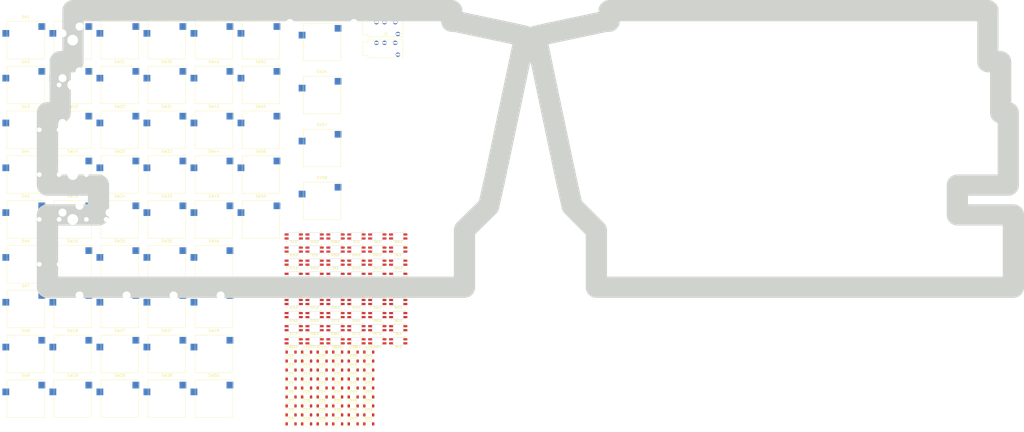
<source format=kicad_pcb>
(kicad_pcb (version 20240108) (generator "pcbnew") (generator_version "8.0")
  (layers (0 "F.Cu" signal) (31 "B.Cu" signal) (34 "B.Paste" user) (35 "F.Paste" user) (36 "B.SilkS" user "B.Silkscreen") (37 "F.SilkS" user "F.Silkscreen") (38 "B.Mask" user) (39 "F.Mask" user) (44 "Edge.Cuts" user))
  (net 0 "")
  (net 1 "L_RGB")
  (net 4 "L_RX")
  (net 5 "L_TX")
  (net 6 "R_RX")
  (net 7 "Net-(D8-A)")
  (net 8 "L_C0")
  (net 9 "Net-(D9-A)")
  (net 10 "L_C1")
  (net 11 "L_C2")
  (net 12 "Net-(D10-A)")
  (net 13 "Net-(D11-A)")
  (net 14 "L_C3")
  (net 15 "Net-(D12-A)")
  (net 16 "L_C4")
  (net 17 "L_C5")
  (net 18 "Net-(D13-A)")
  (net 19 "Net-(D14-A)")
  (net 20 "Net-(D1-A)")
  (net 21 "Net-(D2-A)")
  (net 22 "Net-(D3-A)")
  (net 23 "Net-(D4-A)")
  (net 24 "Net-(D5-A)")
  (net 25 "Net-(D6-A)")
  (net 26 "Net-(D7-A)")
  (net 27 "Net-(D15-A)")
  (net 28 "Net-(D16-A)")
  (net 29 "Net-(D17-A)")
  (net 30 "Net-(D18-A)")
  (net 31 "Net-(D19-A)")
  (net 32 "Net-(D20-A)")
  (net 33 "Net-(D21-A)")
  (net 34 "R_C7")
  (net 35 "Net-(D48-A)")
  (net 36 "Net-(D24-A)")
  (net 37 "Net-(D25-A)")
  (net 38 "Net-(D26-A)")
  (net 39 "Net-(D28-A)")
  (net 40 "R_C8")
  (net 41 "R_C9")
  (net 42 "R_C10")
  (net 43 "R_C11")
  (net 44 "R_C12")
  (net 45 "L_R2")
  (net 46 "L_R0")
  (net 47 "L_R1")
  (net 48 "L_R3")
  (net 49 "L_R4")
  (net 50 "R_R1")
  (net 51 "R_R2")
  (net 52 "R_R0")
  (net 53 "R_R4")
  (net 54 "R_RGB")
  (net 55 "R_R3")
  (net 56 "Net-(D1.5-DOUT)")
  (net 57 "Net-(D2.5-DOUT)")
  (net 58 "Net-(D3.5-DOUT)")
  (net 59 "Net-(D4.5-DOUT)")
  (net 60 "Net-(D5.5-DOUT)")
  (net 61 "Net-(D6.5-DOUT)")
  (net 62 "Net-(D8.5-DOUT)")
  (net 63 "Net-(D10.5-DIN)")
  (net 64 "Net-(D10.5-DOUT)")
  (net 65 "Net-(D11.5-DOUT)")
  (net 66 "Net-(D12.5-DOUT)")
  (net 67 "Net-(D13.5-DOUT)")
  (net 68 "Net-(D15.5-DOUT)")
  (net 69 "Net-(D16.5-DOUT)")
  (net 70 "Net-(D17.5-DOUT)")
  (net 71 "Net-(D18.5-DOUT)")
  (net 72 "Net-(D19.5-DOUT)")
  (net 73 "Net-(D20.5-DOUT)")
  (net 74 "Net-(D22-A)")
  (net 75 "Net-(D22.5-DOUT)")
  (net 76 "Net-(D23-A)")
  (net 77 "Net-(D23.5-DOUT)")
  (net 78 "Net-(D24.5-DOUT)")
  (net 79 "Net-(D25.5-DOUT)")
  (net 80 "Net-(D26.5-DOUT)")
  (net 81 "Net-(D27.5-DOUT)")
  (net 82 "Net-(D28.5-DOUT)")
  (net 83 "Net-(D29-A)")
  (net 84 "Net-(D29.5-DOUT)")
  (net 85 "Net-(D30-A)")
  (net 86 "Net-(D35.5-DOUT)")
  (net 87 "Net-(D36.5-DOUT)")
  (net 88 "Net-(D37.5-DOUT)")
  (net 89 "Net-(D38.5-DOUT)")
  (net 90 "Net-(D39.5-DOUT)")
  (net 91 "Net-(D40.5-DOUT)")
  (net 92 "Net-(D42.5-DOUT)")
  (net 93 "Net-(D43.5-DOUT)")
  (net 94 "Net-(D44.5-DOUT)")
  (net 95 "Net-(D45.5-DOUT)")
  (net 96 "Net-(D46.5-DOUT)")
  (net 97 "Net-(D47.5-DOUT)")
  (net 98 "Net-(D49.5-DOUT)")
  (net 99 "Net-(D50.5-DOUT)")
  (net 100 "Net-(D51.5-DOUT)")
  (net 101 "Net-(D52.5-DOUT)")
  (net 102 "Net-(D53.5-DOUT)")
  (net 103 "Net-(D54.5-DOUT)")
  (net 104 "Net-(D56.5-DOUT)")
  (net 105 "Net-(D57.5-DOUT)")
  (net 106 "Net-(D58.5-DOUT)")
  (net 107 "Net-(D59.5-DOUT)")
  (net 108 "Net-(D60.5-DOUT)")
  (net 109 "Net-(D61.5-DOUT)")
  (net 110 "Net-(D62.5-DOUT)")
  (net 111 "Net-(D63.5-DOUT)")
  (net 112 "GND")
  (net 113 "L_VBUS")
  (net 114 "R_VBUS")
  (net 115 "Net-(D31-A)")
  (net 116 "Net-(D32-A)")
  (net 117 "Net-(D33-A)")
  (net 118 "Net-(D34-A)")
  (net 119 "Net-(D35-A)")
  (net 120 "Net-(D36-A)")
  (net 121 "Net-(D38-A)")
  (net 122 "Net-(D39-A)")
  (net 123 "Net-(D40-A)")
  (net 124 "Net-(D41-A)")
  (net 125 "Net-(D42-A)")
  (net 126 "Net-(D44-A)")
  (net 127 "Net-(D45-A)")
  (net 128 "Net-(D46-A)")
  (net 129 "Net-(D47-A)")
  (net 130 "Net-(D49-A)")
  (net 131 "Net-(D51-A)")
  (net 132 "Net-(D52-A)")
  (net 133 "Net-(D53-A)")
  (net 134 "Net-(D54-A)")
  (net 135 "Net-(D55-A)")
  (net 136 "Net-(D56-A)")
  (net 137 "Net-(D57-A)")
  (net 138 "Net-(D37-A)")
  (footprint "footprints:SK6812-MINI-E" (layer "F.Cu") (at 157.165 113.751)
    (property "Reference" "D50.5")
    (property "Value" "WS2812B" (hide yes))
    (fp_line (start -1.9 1.3) (end -1.9 -1.3) (stroke (width 0.12)) (layer "Edge.Cuts"))
    (fp_line (start -1.7 -1.5) (end 1.7 -1.5) (stroke (width 0.12)) (layer "Edge.Cuts"))
    (fp_line (start 1.7 1.5) (end -1.7 1.5) (stroke (width 0.12)) (layer "Edge.Cuts"))
    (fp_line (start 1.9 -1.3) (end 1.9 1.3) (stroke (width 0.12)) (layer "Edge.Cuts"))
    (fp_arc (start -1.9 -1.3) (mid -1.841421 -1.441421) (end -1.7 -1.5) (stroke (width 0.12)) (layer "Edge.Cuts"))
    (fp_arc (start -1.7 1.5) (mid -1.841421 1.441421) (end -1.9 1.3) (stroke (width 0.12)) (layer "Edge.Cuts"))
    (fp_arc (start 1.7 -1.5) (mid 1.841421 -1.441421) (end 1.9 -1.3) (stroke (width 0.12)) (layer "Edge.Cuts"))
    (fp_arc (start 1.9 1.3) (mid 1.841421 1.441421) (end 1.7 1.5) (stroke (width 0.12)) (layer "Edge.Cuts"))
  )
  (footprint "footprints:SK6812-MINI-E" (layer "F.Cu") (at 125.965 143.079)
    (property "Reference" "D17.5")
    (property "Value" "WS2812B" (hide yes))
    (fp_line (start -1.9 1.3) (end -1.9 -1.3) (stroke (width 0.12)) (layer "Edge.Cuts"))
    (fp_line (start -1.7 -1.5) (end 1.7 -1.5) (stroke (width 0.12)) (layer "Edge.Cuts"))
    (fp_line (start 1.7 1.5) (end -1.7 1.5) (stroke (width 0.12)) (layer "Edge.Cuts"))
    (fp_line (start 1.9 -1.3) (end 1.9 1.3) (stroke (width 0.12)) (layer "Edge.Cuts"))
    (fp_arc (start -1.9 -1.3) (mid -1.841421 -1.441421) (end -1.7 -1.5) (stroke (width 0.12)) (layer "Edge.Cuts"))
    (fp_arc (start -1.7 1.5) (mid -1.841421 1.441421) (end -1.9 1.3) (stroke (width 0.12)) (layer "Edge.Cuts"))
    (fp_arc (start 1.7 -1.5) (mid 1.841421 -1.441421) (end 1.9 -1.3) (stroke (width 0.12)) (layer "Edge.Cuts"))
    (fp_arc (start 1.9 1.3) (mid 1.841421 1.441421) (end 1.7 1.5) (stroke (width 0.12)) (layer "Edge.Cuts"))
  )
  (footprint "Diode_SMD:D_SOD-123" (layer "F.Cu") (at 124.985 165.378)
    (property "Reference" "D5")
    (property "Value" "D")
  )
  (footprint "Diode_SMD:D_SOD-123" (layer "F.Cu") (at 124.985 155.328)
    (property "Reference" "D2")
    (property "Value" "D")
  )
  (footprint "footprints:SK6812-MINI-E" (layer "F.Cu") (at 125.965 128.415)
    (property "Reference" "D13.5")
    (property "Value" "WS2812B" (hide yes))
    (fp_line (start -1.9 1.3) (end -1.9 -1.3) (stroke (width 0.12)) (layer "Edge.Cuts"))
    (fp_line (start -1.7 -1.5) (end 1.7 -1.5) (stroke (width 0.12)) (layer "Edge.Cuts"))
    (fp_line (start 1.7 1.5) (end -1.7 1.5) (stroke (width 0.12)) (layer "Edge.Cuts"))
    (fp_line (start 1.9 -1.3) (end 1.9 1.3) (stroke (width 0.12)) (layer "Edge.Cuts"))
    (fp_arc (start -1.9 -1.3) (mid -1.841421 -1.441421) (end -1.7 -1.5) (stroke (width 0.12)) (layer "Edge.Cuts"))
    (fp_arc (start -1.7 1.5) (mid -1.841421 1.441421) (end -1.9 1.3) (stroke (width 0.12)) (layer "Edge.Cuts"))
    (fp_arc (start 1.7 -1.5) (mid 1.841421 -1.441421) (end 1.9 -1.3) (stroke (width 0.12)) (layer "Edge.Cuts"))
    (fp_arc (start 1.9 1.3) (mid 1.841421 1.441421) (end 1.7 1.5) (stroke (width 0.12)) (layer "Edge.Cuts"))
  )
  (footprint "CherryMX_PCB_KailhSocket:CherryMX_1.00u_PCB_KailhSocket" (layer "F.Cu") (at 113.705 35.613)
    (property "Reference" "SW51")
    (property "Value" "CherryMX")
  )
  (footprint "Diode_SMD:D_SOD-123" (layer "F.Cu") (at 148.165 162.028)
    (property "Reference" "D41")
    (property "Value" "D")
  )
  (footprint "Diode_SMD:D_SOD-123" (layer "F.Cu") (at 130.78 178.778)
    (property "Reference" "D18")
    (property "Value" "D")
  )
  (footprint "Diode_SMD:D_SOD-123" (layer "F.Cu") (at 130.78 162.028)
    (property "Reference" "D13")
    (property "Value" "D")
  )
  (footprint "Diode_SMD:D_SOD-123" (layer "F.Cu") (at 148.165 155.328)
    (property "Reference" "D39")
    (property "Value" "D")
  )
  (footprint "footprints:SK6812-MINI-E" (layer "F.Cu") (at 149.365 123.527)
    (property "Reference" "D43.5")
    (property "Value" "WS2812B" (hide yes))
    (fp_line (start -1.9 1.3) (end -1.9 -1.3) (stroke (width 0.12)) (layer "Edge.Cuts"))
    (fp_line (start -1.7 -1.5) (end 1.7 -1.5) (stroke (width 0.12)) (layer "Edge.Cuts"))
    (fp_line (start 1.7 1.5) (end -1.7 1.5) (stroke (width 0.12)) (layer "Edge.Cuts"))
    (fp_line (start 1.9 -1.3) (end 1.9 1.3) (stroke (width 0.12)) (layer "Edge.Cuts"))
    (fp_arc (start -1.9 -1.3) (mid -1.841421 -1.441421) (end -1.7 -1.5) (stroke (width 0.12)) (layer "Edge.Cuts"))
    (fp_arc (start -1.7 1.5) (mid -1.841421 1.441421) (end -1.9 1.3) (stroke (width 0.12)) (layer "Edge.Cuts"))
    (fp_arc (start 1.7 -1.5) (mid 1.841421 -1.441421) (end 1.9 -1.3) (stroke (width 0.12)) (layer "Edge.Cuts"))
    (fp_arc (start 1.9 1.3) (mid 1.841421 1.441421) (end 1.7 1.5) (stroke (width 0.12)) (layer "Edge.Cuts"))
  )
  (footprint "Diode_SMD:D_SOD-123" (layer "F.Cu") (at 136.575 165.378)
    (property "Reference" "D23")
    (property "Value" "D")
  )
  (footprint "footprints:SK6812-MINI-E" (layer "F.Cu") (at 141.565 138.191)
    (property "Reference" "D37.5")
    (property "Value" "WS2812B" (hide yes))
    (fp_line (start -1.9 1.3) (end -1.9 -1.3) (stroke (width 0.12)) (layer "Edge.Cuts"))
    (fp_line (start -1.7 -1.5) (end 1.7 -1.5) (stroke (width 0.12)) (layer "Edge.Cuts"))
    (fp_line (start 1.7 1.5) (end -1.7 1.5) (stroke (width 0.12)) (layer "Edge.Cuts"))
    (fp_line (start 1.9 -1.3) (end 1.9 1.3) (stroke (width 0.12)) (layer "Edge.Cuts"))
    (fp_arc (start -1.9 -1.3) (mid -1.841421 -1.441421) (end -1.7 -1.5) (stroke (width 0.12)) (layer "Edge.Cuts"))
    (fp_arc (start -1.7 1.5) (mid -1.841421 1.441421) (end -1.9 1.3) (stroke (width 0.12)) (layer "Edge.Cuts"))
    (fp_arc (start 1.7 -1.5) (mid 1.841421 -1.441421) (end 1.9 -1.3) (stroke (width 0.12)) (layer "Edge.Cuts"))
    (fp_arc (start 1.9 1.3) (mid 1.841421 1.441421) (end 1.7 1.5) (stroke (width 0.12)) (layer "Edge.Cuts"))
  )
  (footprint "Diode_SMD:D_SOD-123" (layer "F.Cu") (at 148.165 175.428)
    (property "Reference" "D46")
    (property "Value" "D")
  )
  (footprint "CherryMX_PCB_KailhSocket:CherryMX_1.00u_PCB_KailhSocket" (layer "F.Cu") (at 61.07 152.653)
    (property "Reference" "SW27")
    (property "Value" "CherryMX")
  )
  (footprint "footprints:SK6812-MINI-E" (layer "F.Cu") (at 133.765 143.079)
    (property "Reference" "D26.5")
    (property "Value" "WS2812B" (hide yes))
    (fp_line (start -1.9 1.3) (end -1.9 -1.3) (stroke (width 0.12)) (layer "Edge.Cuts"))
    (fp_line (start -1.7 -1.5) (end 1.7 -1.5) (stroke (width 0.12)) (layer "Edge.Cuts"))
    (fp_line (start 1.7 1.5) (end -1.7 1.5) (stroke (width 0.12)) (layer "Edge.Cuts"))
    (fp_line (start 1.9 -1.3) (end 1.9 1.3) (stroke (width 0.12)) (layer "Edge.Cuts"))
    (fp_arc (start -1.9 -1.3) (mid -1.841421 -1.441421) (end -1.7 -1.5) (stroke (width 0.12)) (layer "Edge.Cuts"))
    (fp_arc (start -1.7 1.5) (mid -1.841421 1.441421) (end -1.9 1.3) (stroke (width 0.12)) (layer "Edge.Cuts"))
    (fp_arc (start 1.7 -1.5) (mid 1.841421 -1.441421) (end 1.9 -1.3) (stroke (width 0.12)) (layer "Edge.Cuts"))
    (fp_arc (start 1.9 1.3) (mid 1.841421 1.441421) (end 1.7 1.5) (stroke (width 0.12)) (layer "Edge.Cuts"))
  )
  (footprint "footprints:SK6812-MINI-E" (layer "F.Cu") (at 164.965 128.415)
    (property "Reference" "D62.5")
    (property "Value" "WS2812B" (hide yes))
    (fp_line (start -1.9 1.3) (end -1.9 -1.3) (stroke (width 0.12)) (layer "Edge.Cuts"))
    (fp_line (start -1.7 -1.5) (end 1.7 -1.5) (stroke (width 0.12)) (layer "Edge.Cuts"))
    (fp_line (start 1.7 1.5) (end -1.7 1.5) (stroke (width 0.12)) (layer "Edge.Cuts"))
    (fp_line (start 1.9 -1.3) (end 1.9 1.3) (stroke (width 0.12)) (layer "Edge.Cuts"))
    (fp_arc (start -1.9 -1.3) (mid -1.841421 -1.441421) (end -1.7 -1.5) (stroke (width 0.12)) (layer "Edge.Cuts"))
    (fp_arc (start -1.7 1.5) (mid -1.841421 1.441421) (end -1.9 1.3) (stroke (width 0.12)) (layer "Edge.Cuts"))
    (fp_arc (start 1.7 -1.5) (mid 1.841421 -1.441421) (end 1.9 -1.3) (stroke (width 0.12)) (layer "Edge.Cuts"))
    (fp_arc (start 1.9 1.3) (mid 1.841421 1.441421) (end 1.7 1.5) (stroke (width 0.12)) (layer "Edge.Cuts"))
  )
  (footprint "CherryMX_PCB_KailhSocket:CherryMX_1.00u_PCB_KailhSocket" (layer "F.Cu") (at 78.615 52.333)
    (property "Reference" "SW30")
    (property "Value" "CherryMX")
  )
  (footprint "CherryMX_PCB_KailhSocket:CherryMX_1.00u_PCB_KailhSocket" (layer "F.Cu") (at 78.615 169.373)
    (property "Reference" "SW38")
    (property "Value" "CherryMX")
  )
  (footprint "Diode_SMD:D_SOD-123" (layer "F.Cu") (at 124.985 158.678)
    (property "Reference" "D3")
    (property "Value" "D")
  )
  (footprint "footprints:SK6812-MINI-E" (layer "F.Cu") (at 149.365 147.967)
    (property "Reference" "D49.5")
    (property "Value" "WS2812B" (hide yes))
    (fp_line (start -1.9 1.3) (end -1.9 -1.3) (stroke (width 0.12)) (layer "Edge.Cuts"))
    (fp_line (start -1.7 -1.5) (end 1.7 -1.5) (stroke (width 0.12)) (layer "Edge.Cuts"))
    (fp_line (start 1.7 1.5) (end -1.7 1.5) (stroke (width 0.12)) (layer "Edge.Cuts"))
    (fp_line (start 1.9 -1.3) (end 1.9 1.3) (stroke (width 0.12)) (layer "Edge.Cuts"))
    (fp_arc (start -1.9 -1.3) (mid -1.841421 -1.441421) (end -1.7 -1.5) (stroke (width 0.12)) (layer "Edge.Cuts"))
    (fp_arc (start -1.7 1.5) (mid -1.841421 1.441421) (end -1.9 1.3) (stroke (width 0.12)) (layer "Edge.Cuts"))
    (fp_arc (start 1.7 -1.5) (mid 1.841421 -1.441421) (end 1.9 -1.3) (stroke (width 0.12)) (layer "Edge.Cuts"))
    (fp_arc (start 1.9 1.3) (mid 1.841421 1.441421) (end 1.7 1.5) (stroke (width 0.12)) (layer "Edge.Cuts"))
  )
  (footprint "Diode_SMD:D_SOD-123" (layer "F.Cu") (at 130.78 155.328)
    (property "Reference" "D11")
    (property "Value" "D")
  )
  (footprint "Diode_SMD:D_SOD-123" (layer "F.Cu") (at 124.985 172.078)
    (property "Reference" "D7")
    (property "Value" "D")
  )
  (footprint "Diode_SMD:D_SOD-123" (layer "F.Cu") (at 130.78 175.428)
    (property "Reference" "D17")
    (property "Value" "D")
  )
  (footprint "footprints:PJ-320A" (layer "F.Cu") (at 151.685 28.913)
    (property "Reference" "J1")
    (property "Value" "L_TRRS")
  )
  (footprint "Diode_SMD:D_SOD-123" (layer "F.Cu") (at 153.96 162.028)
    (property "Reference" "D52")
    (property "Value" "D")
  )
  (footprint "footprints:SK6812-MINI-E" (layer "F.Cu") (at 141.565 128.415)
    (property "Reference" "D35.5")
    (property "Value" "WS2812B" (hide yes))
    (fp_line (start -1.9 1.3) (end -1.9 -1.3) (stroke (width 0.12)) (layer "Edge.Cuts"))
    (fp_line (start -1.7 -1.5) (end 1.7 -1.5) (stroke (width 0.12)) (layer "Edge.Cuts"))
    (fp_line (start 1.7 1.5) (end -1.7 1.5) (stroke (width 0.12)) (layer "Edge.Cuts"))
    (fp_line (start 1.9 -1.3) (end 1.9 1.3) (stroke (width 0.12)) (layer "Edge.Cuts"))
    (fp_arc (start -1.9 -1.3) (mid -1.841421 -1.441421) (end -1.7 -1.5) (stroke (width 0.12)) (layer "Edge.Cuts"))
    (fp_arc (start -1.7 1.5) (mid -1.841421 1.441421) (end -1.9 1.3) (stroke (width 0.12)) (layer "Edge.Cuts"))
    (fp_arc (start 1.7 -1.5) (mid 1.841421 -1.441421) (end 1.9 -1.3) (stroke (width 0.12)) (layer "Edge.Cuts"))
    (fp_arc (start 1.9 1.3) (mid 1.841421 1.441421) (end 1.7 1.5) (stroke (width 0.12)) (layer "Edge.Cuts"))
  )
  (footprint "footprints:SK6812-MINI-E" (layer "F.Cu") (at 125.965 138.191)
    (property "Reference" "D16.5")
    (property "Value" "WS2812B" (hide yes))
    (fp_line (start -1.9 1.3) (end -1.9 -1.3) (stroke (width 0.12)) (layer "Edge.Cuts"))
    (fp_line (start -1.7 -1.5) (end 1.7 -1.5) (stroke (width 0.12)) (layer "Edge.Cuts"))
    (fp_line (start 1.7 1.5) (end -1.7 1.5) (stroke (width 0.12)) (layer "Edge.Cuts"))
    (fp_line (start 1.9 -1.3) (end 1.9 1.3) (stroke (width 0.12)) (layer "Edge.Cuts"))
    (fp_arc (start -1.9 -1.3) (mid -1.841421 -1.441421) (end -1.7 -1.5) (stroke (width 0.12)) (layer "Edge.Cuts"))
    (fp_arc (start -1.7 1.5) (mid -1.841421 1.441421) (end -1.9 1.3) (stroke (width 0.12)) (layer "Edge.Cuts"))
    (fp_arc (start 1.7 -1.5) (mid 1.841421 -1.441421) (end 1.9 -1.3) (stroke (width 0.12)) (layer "Edge.Cuts"))
    (fp_arc (start 1.9 1.3) (mid 1.841421 1.441421) (end 1.7 1.5) (stroke (width 0.12)) (layer "Edge.Cuts"))
  )
  (footprint "footprints:SK6812-MINI-E" (layer "F.Cu") (at 141.565 147.967)
    (property "Reference" "D39.5")
    (property "Value" "WS2812B" (hide yes))
    (fp_line (start -1.9 1.3) (end -1.9 -1.3) (stroke (width 0.12)) (layer "Edge.Cuts"))
    (fp_line (start -1.7 -1.5) (end 1.7 -1.5) (stroke (width 0.12)) (layer "Edge.Cuts"))
    (fp_line (start 1.7 1.5) (end -1.7 1.5) (stroke (width 0.12)) (layer "Edge.Cuts"))
    (fp_line (start 1.9 -1.3) (end 1.9 1.3) (stroke (width 0.12)) (layer "Edge.Cuts"))
    (fp_arc (start -1.9 -1.3) (mid -1.841421 -1.441421) (end -1.7 -1.5) (stroke (width 0.12)) (layer "Edge.Cuts"))
    (fp_arc (start -1.7 1.5) (mid -1.841421 1.441421) (end -1.9 1.3) (stroke (width 0.12)) (layer "Edge.Cuts"))
    (fp_arc (start 1.7 -1.5) (mid 1.841421 -1.441421) (end 1.9 -1.3) (stroke (width 0.12)) (layer "Edge.Cuts"))
    (fp_arc (start 1.9 1.3) (mid 1.841421 1.441421) (end 1.7 1.5) (stroke (width 0.12)) (layer "Edge.Cuts"))
  )
  (footprint "CherryMX_PCB_KailhSocket:CherryMX_1.00u_PCB_KailhSocket" (layer "F.Cu") (at 43.525 102.493)
    (property "Reference" "SW15")
    (property "Value" "CherryMX")
  )
  (footprint "footprints:PJ-320A" (layer "F.Cu") (at 151.685 36.633)
    (property "Reference" "J2")
    (property "Value" "L_TRRS")
  )
  (footprint "CherryMX_PCB_KailhSocket:CherryMX_1.00u_PCB_KailhSocket" (layer "F.Cu") (at 25.98 169.373)
    (property "Reference" "SW9")
    (property "Value" "CherryMX")
  )
  (footprint "CherryMX_PCB_KailhSocket:CherryMX_1.00u_PCB_KailhSocket" (layer "F.Cu") (at 96.16 69.053)
    (property "Reference" "SW43")
    (property "Value" "CherryMX")
  )
  (footprint "footprints:SK6812-MINI-E" (layer "F.Cu") (at 141.565 123.527)
    (property "Reference" "D30.5")
    (property "Value" "WS2812B" (hide yes))
    (fp_line (start -1.9 1.3) (end -1.9 -1.3) (stroke (width 0.12)) (layer "Edge.Cuts"))
    (fp_line (start -1.7 -1.5) (end 1.7 -1.5) (stroke (width 0.12)) (layer "Edge.Cuts"))
    (fp_line (start 1.7 1.5) (end -1.7 1.5) (stroke (width 0.12)) (layer "Edge.Cuts"))
    (fp_line (start 1.9 -1.3) (end 1.9 1.3) (stroke (width 0.12)) (layer "Edge.Cuts"))
    (fp_arc (start -1.9 -1.3) (mid -1.841421 -1.441421) (end -1.7 -1.5) (stroke (width 0.12)) (layer "Edge.Cuts"))
    (fp_arc (start -1.7 1.5) (mid -1.841421 1.441421) (end -1.9 1.3) (stroke (width 0.12)) (layer "Edge.Cuts"))
    (fp_arc (start 1.7 -1.5) (mid 1.841421 -1.441421) (end 1.9 -1.3) (stroke (width 0.12)) (layer "Edge.Cuts"))
    (fp_arc (start 1.9 1.3) (mid 1.841421 1.441421) (end 1.7 1.5) (stroke (width 0.12)) (layer "Edge.Cuts"))
  )
  (footprint "CherryMX_PCB_KailhSocket:CherryMX_1.00u_PCB_KailhSocket" (layer "F.Cu") (at 25.98 152.653)
    (property "Reference" "SW8")
    (property "Value" "CherryMX")
  )
  (footprint "footprints:SK6812-MINI-E" (layer "F.Cu") (at 149.365 133.303)
    (property "Reference" "D45.5")
    (property "Value" "WS2812B" (hide yes))
    (fp_line (start -1.9 1.3) (end -1.9 -1.3) (stroke (width 0.12)) (layer "Edge.Cuts"))
    (fp_line (start -1.7 -1.5) (end 1.7 -1.5) (stroke (width 0.12)) (layer "Edge.Cuts"))
    (fp_line (start 1.7 1.5) (end -1.7 1.5) (stroke (width 0.12)) (layer "Edge.Cuts"))
    (fp_line (start 1.9 -1.3) (end 1.9 1.3) (stroke (width 0.12)) (layer "Edge.Cuts"))
    (fp_arc (start -1.9 -1.3) (mid -1.841421 -1.441421) (end -1.7 -1.5) (stroke (width 0.12)) (layer "Edge.Cuts"))
    (fp_arc (start -1.7 1.5) (mid -1.841421 1.441421) (end -1.9 1.3) (stroke (width 0.12)) (layer "Edge.Cuts"))
    (fp_arc (start 1.7 -1.5) (mid 1.841421 -1.441421) (end 1.9 -1.3) (stroke (width 0.12)) (layer "Edge.Cuts"))
    (fp_arc (start 1.9 1.3) (mid 1.841421 1.441421) (end 1.7 1.5) (stroke (width 0.12)) (layer "Edge.Cuts"))
  )
  (footprint "CherryMX_PCB_KailhSocket:CherryMX_1.00u_PCB_KailhSocket" (layer "F.Cu") (at 61.07 169.373)
    (property "Reference" "SW28")
    (property "Value" "CherryMX")
  )
  (footprint "footprints:SK6812-MINI-E" (layer "F.Cu") (at 164.965 108.863)
    (property "Reference" "D59.5")
    (property "Value" "WS2812B" (hide yes))
    (fp_line (start -1.9 1.3) (end -1.9 -1.3) (stroke (width 0.12)) (layer "Edge.Cuts"))
    (fp_line (start -1.7 -1.5) (end 1.7 -1.5) (stroke (width 0.12)) (layer "Edge.Cuts"))
    (fp_line (start 1.7 1.5) (end -1.7 1.5) (stroke (width 0.12)) (layer "Edge.Cuts"))
    (fp_line (start 1.9 -1.3) (end 1.9 1.3) (stroke (width 0.12)) (layer "Edge.Cuts"))
    (fp_arc (start -1.9 -1.3) (mid -1.841421 -1.441421) (end -1.7 -1.5) (stroke (width 0.12)) (layer "Edge.Cuts"))
    (fp_arc (start -1.7 1.5) (mid -1.841421 1.441421) (end -1.9 1.3) (stroke (width 0.12)) (layer "Edge.Cuts"))
    (fp_arc (start 1.7 -1.5) (mid 1.841421 -1.441421) (end 1.9 -1.3) (stroke (width 0.12)) (layer "Edge.Cuts"))
    (fp_arc (start 1.9 1.3) (mid 1.841421 1.441421) (end 1.7 1.5) (stroke (width 0.12)) (layer "Edge.Cuts"))
  )
  (footprint "Diode_SMD:D_SOD-123" (layer "F.Cu") (at 124.985 178.778)
    (property "Reference" "D9")
    (property "Value" "D")
  )
  (footprint "CherryMX_PCB_KailhSocket:CherryMX_1.00u_PCB_KailhSocket" (layer "F.Cu") (at 43.525 35.613)
    (property "Reference" "SW10")
    (property "Value" "CherryMX")
  )
  (footprint "Diode_SMD:D_SOD-123" (layer "F.Cu") (at 148.165 165.378)
    (property "Reference" "D42")
    (property "Value" "D")
  )
  (footprint "Diode_SMD:D_SOD-123" (layer "F.Cu") (at 136.575 172.078)
    (property "Reference" "D25")
    (property "Value" "D")
  )
  (footprint "CherryMX_PCB_KailhSocket:CherryMX_1.00u_PCB_KailhSocket" (layer "F.Cu") (at 96.16 52.333)
    (property "Reference" "SW40")
    (property "Value" "CherryMX")
  )
  (footprint "CherryMX_PCB_KailhSocket:CherryMX_1.00u_PCB_KailhSocket" (layer "F.Cu") (at 61.07 69.053)
    (property "Reference" "SW22")
    (property "Value" "CherryMX")
  )
  (footprint "CherryMX_PCB_KailhSocket:CherryMX_1.00u_PCB_KailhSocket" (layer "F.Cu") (at 78.615 102.493)
    (property "Reference" "SW33")
    (property "Value" "CherryMX")
  )
  (footprint "Diode_SMD:D_SOD-123" (layer "F.Cu") (at 148.165 158.678)
    (property "Reference" "D40")
    (property "Value" "D")
  )
  (footprint "CherryMX_PCB_KailhSocket:CherryMX_1.00u_PCB_KailhSocket" (layer "F.Cu") (at 96.16 85.773)
    (property "Reference" "SW44")
    (property "Value" "CherryMX")
  )
  (footprint "Diode_SMD:D_SOD-123" (layer "F.Cu") (at 136.575 158.678)
    (property "Reference" "D21")
    (property "Value" "D")
  )
  (footprint "footprints:SK6812-MINI-E" (layer "F.Cu") (at 125.965 108.863)
    (property "Reference" "D1.5")
    (property "Value" "WS2812B" (hide yes))
    (fp_line (start -1.9 1.3) (end -1.9 -1.3) (stroke (width 0.12)) (layer "Edge.Cuts"))
    (fp_line (start -1.7 -1.5) (end 1.7 -1.5) (stroke (width 0.12)) (layer "Edge.Cuts"))
    (fp_line (start 1.7 1.5) (end -1.7 1.5) (stroke (width 0.12)) (layer "Edge.Cuts"))
    (fp_line (start 1.9 -1.3) (end 1.9 1.3) (stroke (width 0.12)) (layer "Edge.Cuts"))
    (fp_arc (start -1.9 -1.3) (mid -1.841421 -1.441421) (end -1.7 -1.5) (stroke (width 0.12)) (layer "Edge.Cuts"))
    (fp_arc (start -1.7 1.5) (mid -1.841421 1.441421) (end -1.9 1.3) (stroke (width 0.12)) (layer "Edge.Cuts"))
    (fp_arc (start 1.7 -1.5) (mid 1.841421 -1.441421) (end 1.9 -1.3) (stroke (width 0.12)) (layer "Edge.Cuts"))
    (fp_arc (start 1.9 1.3) (mid 1.841421 1.441421) (end 1.7 1.5) (stroke (width 0.12)) (layer "Edge.Cuts"))
  )
  (footprint "Diode_SMD:D_SOD-123" (layer "F.Cu") (at 142.37 155.328)
    (property "Reference" "D30")
    (property "Value" "D")
  )
  (footprint "footprints:SK6812-MINI-E" (layer "F.Cu") (at 157.165 123.527)
    (property "Reference" "D52.5")
    (property "Value" "WS2812B" (hide yes))
    (fp_line (start -1.9 1.3) (end -1.9 -1.3) (stroke (width 0.12)) (layer "Edge.Cuts"))
    (fp_line (start -1.7 -1.5) (end 1.7 -1.5) (stroke (width 0.12)) (layer "Edge.Cuts"))
    (fp_line (start 1.7 1.5) (end -1.7 1.5) (stroke (width 0.12)) (layer "Edge.Cuts"))
    (fp_line (start 1.9 -1.3) (end 1.9 1.3) (stroke (width 0.12)) (layer "Edge.Cuts"))
    (fp_arc (start -1.9 -1.3) (mid -1.841421 -1.441421) (end -1.7 -1.5) (stroke (width 0.12)) (layer "Edge.Cuts"))
    (fp_arc (start -1.7 1.5) (mid -1.841421 1.441421) (end -1.9 1.3) (stroke (width 0.12)) (layer "Edge.Cuts"))
    (fp_arc (start 1.7 -1.5) (mid 1.841421 -1.441421) (end 1.9 -1.3) (stroke (width 0.12)) (layer "Edge.Cuts"))
    (fp_arc (start 1.9 1.3) (mid 1.841421 1.441421) (end 1.7 1.5) (stroke (width 0.12)) (layer "Edge.Cuts"))
  )
  (footprint "footprints:SK6812-MINI-E" (layer "F.Cu") (at 164.965 143.079)
    (property "Reference" "D8.5")
    (property "Value" "WS2812B" (hide yes))
    (fp_line (start -1.9 1.3) (end -1.9 -1.3) (stroke (width 0.12)) (layer "Edge.Cuts"))
    (fp_line (start -1.7 -1.5) (end 1.7 -1.5) (stroke (width 0.12)) (layer "Edge.Cuts"))
    (fp_line (start 1.7 1.5) (end -1.7 1.5) (stroke (width 0.12)) (layer "Edge.Cuts"))
    (fp_line (start 1.9 -1.3) (end 1.9 1.3) (stroke (width 0.12)) (layer "Edge.Cuts"))
    (fp_arc (start -1.9 -1.3) (mid -1.841421 -1.441421) (end -1.7 -1.5) (stroke (width 0.12)) (layer "Edge.Cuts"))
    (fp_arc (start -1.7 1.5) (mid -1.841421 1.441421) (end -1.9 1.3) (stroke (width 0.12)) (layer "Edge.Cuts"))
    (fp_arc (start 1.7 -1.5) (mid 1.841421 -1.441421) (end 1.9 -1.3) (stroke (width 0.12)) (layer "Edge.Cuts"))
    (fp_arc (start 1.9 1.3) (mid 1.841421 1.441421) (end 1.7 1.5) (stroke (width 0.12)) (layer "Edge.Cuts"))
  )
  (footprint "Diode_SMD:D_SOD-123" (layer "F.Cu") (at 142.37 162.028)
    (property "Reference" "D32")
    (property "Value" "D")
  )
  (footprint "CherryMX_PCB_KailhSocket:CherryMX_1.00u_PCB_KailhSocket" (layer "F.Cu") (at 43.525 152.653)
    (property "Reference" "SW18")
    (property "Value" "CherryMX")
  )
  (footprint "footprints:SK6812-MINI-E" (layer "F.Cu") (at 157.165 108.863)
    (property "Reference" "D5.5")
    (property "Value" "WS2812B" (hide yes))
    (fp_line (start -1.9 1.3) (end -1.9 -1.3) (stroke (width 0.12)) (layer "Edge.Cuts"))
    (fp_line (start -1.7 -1.5) (end 1.7 -1.5) (stroke (width 0.12)) (layer "Edge.Cuts"))
    (fp_line (start 1.7 1.5) (end -1.7 1.5) (stroke (width 0.12)) (layer "Edge.Cuts"))
    (fp_line (start 1.9 -1.3) (end 1.9 1.3) (stroke (width 0.12)) (layer "Edge.Cuts"))
    (fp_arc (start -1.9 -1.3) (mid -1.841421 -1.441421) (end -1.7 -1.5) (stroke (width 0.12)) (layer "Edge.Cuts"))
    (fp_arc (start -1.7 1.5) (mid -1.841421 1.441421) (end -1.9 1.3) (stroke (width 0.12)) (layer "Edge.Cuts"))
    (fp_arc (start 1.7 -1.5) (mid 1.841421 -1.441421) (end 1.9 -1.3) (stroke (width 0.12)) (layer "Edge.Cuts"))
    (fp_arc (start 1.9 1.3) (mid 1.841421 1.441421) (end 1.7 1.5) (stroke (width 0.12)) (layer "Edge.Cuts"))
  )
  (footprint "footprints:SK6812-MINI-E" (layer "F.Cu") (at 133.765 113.751)
    (property "Reference" "D2.5")
    (property "Value" "WS2812B" (hide yes))
    (fp_line (start -1.9 1.3) (end -1.9 -1.3) (stroke (width 0.12)) (layer "Edge.Cuts"))
    (fp_line (start -1.7 -1.5) (end 1.7 -1.5) (stroke (width 0.12)) (layer "Edge.Cuts"))
    (fp_line (start 1.7 1.5) (end -1.7 1.5) (stroke (width 0.12)) (layer "Edge.Cuts"))
    (fp_line (start 1.9 -1.3) (end 1.9 1.3) (stroke (width 0.12)) (layer "Edge.Cuts"))
    (fp_arc (start -1.9 -1.3) (mid -1.841421 -1.441421) (end -1.7 -1.5) (stroke (width 0.12)) (layer "Edge.Cuts"))
    (fp_arc (start -1.7 1.5) (mid -1.841421 1.441421) (end -1.9 1.3) (stroke (width 0.12)) (layer "Edge.Cuts"))
    (fp_arc (start 1.7 -1.5) (mid 1.841421 -1.441421) (end 1.9 -1.3) (stroke (width 0.12)) (layer "Edge.Cuts"))
    (fp_arc (start 1.9 1.3) (mid 1.841421 1.441421) (end 1.7 1.5) (stroke (width 0.12)) (layer "Edge.Cuts"))
  )
  (footprint "footprints:SK6812-MINI-E" (layer "F.Cu") (at 157.165 118.639)
    (property "Reference" "D51.5")
    (property "Value" "WS2812B" (hide yes))
    (fp_line (start -1.9 1.3) (end -1.9 -1.3) (stroke (width 0.12)) (layer "Edge.Cuts"))
    (fp_line (start -1.7 -1.5) (end 1.7 -1.5) (stroke (width 0.12)) (layer "Edge.Cuts"))
    (fp_line (start 1.7 1.5) (end -1.7 1.5) (stroke (width 0.12)) (layer "Edge.Cuts"))
    (fp_line (start 1.9 -1.3) (end 1.9 1.3) (stroke (width 0.12)) (layer "Edge.Cuts"))
    (fp_arc (start -1.9 -1.3) (mid -1.841421 -1.441421) (end -1.7 -1.5) (stroke (width 0.12)) (layer "Edge.Cuts"))
    (fp_arc (start -1.7 1.5) (mid -1.841421 1.441421) (end -1.9 1.3) (stroke (width 0.12)) (layer "Edge.Cuts"))
    (fp_arc (start 1.7 -1.5) (mid 1.841421 -1.441421) (end 1.9 -1.3) (stroke (width 0.12)) (layer "Edge.Cuts"))
    (fp_arc (start 1.9 1.3) (mid 1.841421 1.441421) (end 1.7 1.5) (stroke (width 0.12)) (layer "Edge.Cuts"))
  )
  (footprint "Diode_SMD:D_SOD-123" (layer "F.Cu") (at 124.985 151.978)
    (property "Reference" "D1")
    (property "Value" "D")
  )
  (footprint "footprints:SK6812-MINI-E" (layer "F.Cu") (at 141.565 113.751)
    (property "Reference" "D29.5")
    (property "Value" "WS2812B" (hide yes))
    (fp_line (start -1.9 1.3) (end -1.9 -1.3) (stroke (width 0.12)) (layer "Edge.Cuts"))
    (fp_line (start -1.7 -1.5) (end 1.7 -1.5) (stroke (width 0.12)) (layer "Edge.Cuts"))
    (fp_line (start 1.7 1.5) (end -1.7 1.5) (stroke (width 0.12)) (layer "Edge.Cuts"))
    (fp_line (start 1.9 -1.3) (end 1.9 1.3) (stroke (width 0.12)) (layer "Edge.Cuts"))
    (fp_arc (start -1.9 -1.3) (mid -1.841421 -1.441421) (end -1.7 -1.5) (stroke (width 0.12)) (layer "Edge.Cuts"))
    (fp_arc (start -1.7 1.5) (mid -1.841421 1.441421) (end -1.9 1.3) (stroke (width 0.12)) (layer "Edge.Cuts"))
    (fp_arc (start 1.7 -1.5) (mid 1.841421 -1.441421) (end 1.9 -1.3) (stroke (width 0.12)) (layer "Edge.Cuts"))
    (fp_arc (start 1.9 1.3) (mid 1.841421 1.441421) (end 1.7 1.5) (stroke (width 0.12)) (layer "Edge.Cuts"))
  )
  (footprint "Diode_SMD:D_SOD-123" (layer "F.Cu") (at 136.575 151.978)
    (property "Reference" "D19")
    (property "Value" "D")
  )
  (footprint "CherryMX_PCB_KailhSocket:CherryMX_1.00u_PCB_KailhSocket" (layer "F.Cu") (at 96.16 35.613)
    (property "Reference" "SW39")
    (property "Value" "CherryMX")
  )
  (footprint "footprints:SK6812-MINI-E" (layer "F.Cu") (at 149.365 138.191)
    (property "Reference" "D46.5")
    (property "Value" "WS2812B" (hide yes))
    (fp_line (start -1.9 1.3) (end -1.9 -1.3) (stroke (width 0.12)) (layer "Edge.Cuts"))
    (fp_line (start -1.7 -1.5) (end 1.7 -1.5) (stroke (width 0.12)) (layer "Edge.Cuts"))
    (fp_line (start 1.7 1.5) (end -1.7 1.5) (stroke (width 0.12)) (layer "Edge.Cuts"))
    (fp_line (start 1.9 -1.3) (end 1.9 1.3) (stroke (width 0.12)) (layer "Edge.Cuts"))
    (fp_arc (start -1.9 -1.3) (mid -1.841421 -1.441421) (end -1.7 -1.5) (stroke (width 0.12)) (layer "Edge.Cuts"))
    (fp_arc (start -1.7 1.5) (mid -1.841421 1.441421) (end -1.9 1.3) (stroke (width 0.12)) (layer "Edge.Cuts"))
    (fp_arc (start 1.7 -1.5) (mid 1.841421 -1.441421) (end 1.9 -1.3) (stroke (width 0.12)) (layer "Edge.Cuts"))
    (fp_arc (start 1.9 1.3) (mid 1.841421 1.441421) (end 1.7 1.5) (stroke (width 0.12)) (layer "Edge.Cuts"))
  )
  (footprint "Diode_SMD:D_SOD-123" (layer "F.Cu") (at 142.37 168.728)
    (property "Reference" "D34")
    (property "Value" "D")
  )
  (footprint "footprints:SK6812-MINI-E" (layer "F.Cu") (at 133.765 128.415)
    (property "Reference" "D23.5")
    (property "Value" "WS2812B" (hide yes))
    (fp_line (start -1.9 1.3) (end -1.9 -1.3) (stroke (width 0.12)) (layer "Edge.Cuts"))
    (fp_line (start -1.7 -1.5) (end 1.7 -1.5) (stroke (width 0.12)) (layer "Edge.Cuts"))
    (fp_line (start 1.7 1.5) (end -1.7 1.5) (stroke (width 0.12)) (layer "Edge.Cuts"))
    (fp_line (start 1.9 -1.3) (end 1.9 1.3) (stroke (width 0.12)) (layer "Edge.Cuts"))
    (fp_arc (start -1.9 -1.3) (mid -1.841421 -1.441421) (end -1.7 -1.5) (stroke (width 0.12)) (layer "Edge.Cuts"))
    (fp_arc (start -1.7 1.5) (mid -1.841421 1.441421) (end -1.9 1.3) (stroke (width 0.12)) (layer "Edge.Cuts"))
    (fp_arc (start 1.7 -1.5) (mid 1.841421 -1.441421) (end 1.9 -1.3) (stroke (width 0.12)) (layer "Edge.Cuts"))
    (fp_arc (start 1.9 1.3) (mid 1.841421 1.441421) (end 1.7 1.5) (stroke (width 0.12)) (layer "Edge.Cuts"))
  )
  (footprint "CherryMX_PCB_KailhSocket:CherryMX_1.25u_PCB_KailhSocket" (layer "F.Cu") (at 113.705 85.773)
    (property "Reference" "SW56")
    (property "Value" "CherryMX")
  )
  (footprint "footprints:SK6812-MINI-E" (layer "F.Cu") (at 141.565 143.079)
    (property "Reference" "D38.5")
    (property "Value" "WS2812B" (hide yes))
    (fp_line (start -1.9 1.3) (end -1.9 -1.3) (stroke (width 0.12)) (layer "Edge.Cuts"))
    (fp_line (start -1.7 -1.5) (end 1.7 -1.5) (stroke (width 0.12)) (layer "Edge.Cuts"))
    (fp_line (start 1.7 1.5) (end -1.7 1.5) (stroke (width 0.12)) (layer "Edge.Cuts"))
    (fp_line (start 1.9 -1.3) (end 1.9 1.3) (stroke (width 0.12)) (layer "Edge.Cuts"))
    (fp_arc (start -1.9 -1.3) (mid -1.841421 -1.441421) (end -1.7 -1.5) (stroke (width 0.12)) (layer "Edge.Cuts"))
    (fp_arc (start -1.7 1.5) (mid -1.841421 1.441421) (end -1.9 1.3) (stroke (width 0.12)) (layer "Edge.Cuts"))
    (fp_arc (start 1.7 -1.5) (mid 1.841421 -1.441421) (end 1.9 -1.3) (stroke (width 0.12)) (layer "Edge.Cuts"))
    (fp_arc (start 1.9 1.3) (mid 1.841421 1.441421) (end 1.7 1.5) (stroke (width 0.12)) (layer "Edge.Cuts"))
  )
  (footprint "CherryMX_PCB_KailhSocket:CherryMX_1.00u_PCB_KailhSocket" (layer "F.Cu") (at 96.16 135.933)
    (property "Reference" "SW48")
    (property "Value" "CherryMX")
  )
  (footprint "footprints:SK6812-MINI-E" (layer "F.Cu") (at 133.765 108.863)
    (property "Reference" "D19.5")
    (property "Value" "WS2812B" (hide yes))
    (fp_line (start -1.9 1.3) (end -1.9 -1.3) (stroke (width 0.12)) (layer "Edge.Cuts"))
    (fp_line (start -1.7 -1.5) (end 1.7 -1.5) (stroke (width 0.12)) (layer "Edge.Cuts"))
    (fp_line (start 1.7 1.5) (end -1.7 1.5) (stroke (width 0.12)) (layer "Edge.Cuts"))
    (fp_line (start 1.9 -1.3) (end 1.9 1.3) (stroke (width 0.12)) (layer "Edge.Cuts"))
    (fp_arc (start -1.9 -1.3) (mid -1.841421 -1.441421) (end -1.7 -1.5) (stroke (width 0.12)) (layer "Edge.Cuts"))
    (fp_arc (start -1.7 1.5) (mid -1.841421 1.441421) (end -1.9 1.3) (stroke (width 0.12)) (layer "Edge.Cuts"))
    (fp_arc (start 1.7 -1.5) (mid 1.841421 -1.441421) (end 1.9 -1.3) (stroke (width 0.12)) (layer "Edge.Cuts"))
    (fp_arc (start 1.9 1.3) (mid 1.841421 1.441421) (end 1.7 1.5) (stroke (width 0.12)) (layer "Edge.Cuts"))
  )
  (footprint "footprints:SK6812-MINI-E" (layer "F.Cu") (at 164.965 113.751)
    (property "Reference" "D6.5")
    (property "Value" "WS2812B" (hide yes))
    (fp_line (start -1.9 1.3) (end -1.9 -1.3) (stroke (width 0.12)) (layer "Edge.Cuts"))
    (fp_line (start -1.7 -1.5) (end 1.7 -1.5) (stroke (width 0.12)) (layer "Edge.Cuts"))
    (fp_line (start 1.7 1.5) (end -1.7 1.5) (stroke (width 0.12)) (layer "Edge.Cuts"))
    (fp_line (start 1.9 -1.3) (end 1.9 1.3) (stroke (width 0.12)) (layer "Edge.Cuts"))
    (fp_arc (start -1.9 -1.3) (mid -1.841421 -1.441421) (end -1.7 -1.5) (stroke (width 0.12)) (layer "Edge.Cuts"))
    (fp_arc (start -1.7 1.5) (mid -1.841421 1.441421) (end -1.9 1.3) (stroke (width 0.12)) (layer "Edge.Cuts"))
    (fp_arc (start 1.7 -1.5) (mid 1.841421 -1.441421) (end 1.9 -1.3) (stroke (width 0.12)) (layer "Edge.Cuts"))
    (fp_arc (start 1.9 1.3) (mid 1.841421 1.441421) (end 1.7 1.5) (stroke (width 0.12)) (layer "Edge.Cuts"))
  )
  (footprint "CherryMX_PCB_KailhSocket_StabWireBottom:CherryMX_2.75u_PCB_KailhSocket_StabWireBottom" (layer "F.Cu") (at 136.503 56.043)
    (property "Reference" "SW34")
    (property "Value" "CherryMX")
  )
  (footprint "CherryMX_PCB_KailhSocket:CherryMX_1.00u_PCB_KailhSocket" (layer "F.Cu") (at 96.16 119.213)
    (property "Reference" "SW46")
    (property "Value" "CherryMX")
  )
  (footprint "CherryMX_PCB_KailhSocket:CherryMX_1.00u_PCB_KailhSocket" (layer "F.Cu") (at 96.16 102.493)
    (property "Reference" "SW45")
    (property "Value" "CherryMX")
  )
  (footprint "footprints:SK6812-MINI-E" (layer "F.Cu") (at 157.165 147.967)
    (property "Reference" "D58.5")
    (property "Value" "WS2812B" (hide yes))
    (fp_line (start -1.9 1.3) (end -1.9 -1.3) (stroke (width 0.12)) (layer "Edge.Cuts"))
    (fp_line (start -1.7 -1.5) (end 1.7 -1.5) (stroke (width 0.12)) (layer "Edge.Cuts"))
    (fp_line (start 1.7 1.5) (end -1.7 1.5) (stroke (width 0.12)) (layer "Edge.Cuts"))
    (fp_line (start 1.9 -1.3) (end 1.9 1.3) (stroke (width 0.12)) (layer "Edge.Cuts"))
    (fp_arc (start -1.9 -1.3) (mid -1.841421 -1.441421) (end -1.7 -1.5) (stroke (width 0.12)) (layer "Edge.Cuts"))
    (fp_arc (start -1.7 1.5) (mid -1.841421 1.441421) (end -1.9 1.3) (stroke (width 0.12)) (layer "Edge.Cuts"))
    (fp_arc (start 1.7 -1.5) (mid 1.841421 -1.441421) (end 1.9 -1.3) (stroke (width 0.12)) (layer "Edge.Cuts"))
    (fp_arc (start 1.9 1.3) (mid 1.841421 1.441421) (end 1.7 1.5) (stroke (width 0.12)) (layer "Edge.Cuts"))
  )
  (footprint "CherryMX_PCB_KailhSocket_StabWireBottom:CherryMX_2.00u_PCB_KailhSocket_StabWireBottom" (layer "F.Cu") (at 136.503 36.278)
    (property "Reference" "SW13")
    (property "Value" "CherryMX")
  )
  (footprint "CherryMX_PCB_KailhSocket:CherryMX_1.00u_PCB_KailhSocket" (layer "F.Cu") (at 61.07 135.933)
    (property "Reference" "SW26")
    (property "Value" "CherryMX")
  )
  (footprint "CherryMX_PCB_KailhSocket:CherryMX_1.00u_PCB_KailhSocket" (layer "F.Cu") (at 78.615 35.613)
    (property "Reference" "SW29")
    (property "Value" "CherryMX")
  )
  (footprint "Diode_SMD:D_SOD-123" (layer "F.Cu") (at 142.37 175.428)
    (property "Reference" "D36")
    (property "Value" "D")
  )
  (footprint "Diode_SMD:D_SOD-123" (layer "F.Cu") (at 153.96 178.778)
    (property "Reference" "D57")
    (property "Value" "D")
  )
  (footprint "CherryMX_PCB_KailhSocket:CherryMX_1.00u_PCB_KailhSocket" (layer "F.Cu") (at 78.615 85.773)
    (property "Reference" "SW32")
    (property "Value" "CherryMX")
  )
  (footprint "CherryMX_PCB_KailhSocket:CherryMX_1.00u_PCB_KailhSocket" (layer "F.Cu") (at 78.615 152.653)
    (property "Reference" "SW37")
    (property "Value" "CherryMX")
  )
  (footprint "footprints:SK6812-MINI-E" (layer "F.Cu") (at 133.765 123.527)
    (property "Reference" "D22.5")
    (property "Value" "WS2812B" (hide yes))
    (fp_line (start -1.9 1.3) (end -1.9 -1.3) (stroke (width 0.12)) (layer "Edge.Cuts"))
    (fp_line (start -1.7 -1.5) (end 1.7 -1.5) (stroke (width 0.12)) (layer "Edge.Cuts"))
    (fp_line (start 1.7 1.5) (end -1.7 1.5) (stroke (width 0.12)) (layer "Edge.Cuts"))
    (fp_line (start 1.9 -1.3) (end 1.9 1.3) (stroke (width 0.12)) (layer "Edge.Cuts"))
    (fp_arc (start -1.9 -1.3) (mid -1.841421 -1.441421) (end -1.7 -1.5) (stroke (width 0.12)) (layer "Edge.Cuts"))
    (fp_arc (start -1.7 1.5) (mid -1.841421 1.441421) (end -1.9 1.3) (stroke (width 0.12)) (layer "Edge.Cuts"))
    (fp_arc (start 1.7 -1.5) (mid 1.841421 -1.441421) (end 1.9 -1.3) (stroke (width 0.12)) (layer "Edge.Cuts"))
    (fp_arc (start 1.9 1.3) (mid 1.841421 1.441421) (end 1.7 1.5) (stroke (width 0.12)) (layer "Edge.Cuts"))
  )
  (footprint "Diode_SMD:D_SOD-123" (layer "F.Cu") (at 130.78 151.978)
    (property "Reference" "D10")
    (property "Value" "D")
  )
  (footprint "Diode_SMD:D_SOD-123" (layer "F.Cu") (at 142.37 158.678)
    (property "Reference" "D31")
    (property "Value" "D")
  )
  (footprint "Diode_SMD:D_SOD-123" (layer "F.Cu") (at 148.165 178.778)
    (property "Reference" "D47")
    (property "Value" "D")
  )
  (footprint "Diode_SMD:D_SOD-123" (layer "F.Cu") (at 136.575 162.028)
    (property "Reference" "D22")
    (property "Value" "D")
  )
  (footprint "footprints:SK6812-MINI-E" (layer "F.Cu") (at 141.565 133.303)
    (property "Reference" "D36.5")
    (property "Value" "WS2812B" (hide yes))
    (fp_line (start -1.9 1.3) (end -1.9 -1.3) (stroke (width 0.12)) (layer "Edge.Cuts"))
    (fp_line (start -1.7 -1.5) (end 1.7 -1.5) (stroke (width 0.12)) (layer "Edge.Cuts"))
    (fp_line (start 1.7 1.5) (end -1.7 1.5) (stroke (width 0.12)) (layer "Edge.Cuts"))
    (fp_line (start 1.9 -1.3) (end 1.9 1.3) (stroke (width 0.12)) (layer "Edge.Cuts"))
    (fp_arc (start -1.9 -1.3) (mid -1.841421 -1.441421) (end -1.7 -1.5) (stroke (width 0.12)) (layer "Edge.Cuts"))
    (fp_arc (start -1.7 1.5) (mid -1.841421 1.441421) (end -1.9 1.3) (stroke (width 0.12)) (layer "Edge.Cuts"))
    (fp_arc (start 1.7 -1.5) (mid 1.841421 -1.441421) (end 1.9 -1.3) (stroke (width 0.12)) (layer "Edge.Cuts"))
    (fp_arc (start 1.9 1.3) (mid 1.841421 1.441421) (end 1.7 1.5) (stroke (width 0.12)) (layer "Edge.Cuts"))
  )
  (footprint "CherryMX_PCB_KailhSocket_StabWireBottom:CherryMX_2.75u_PCB_KailhSocket_StabWireBottom" (layer "F.Cu") (at 136.503 75.808)
    (property "Reference" "SW57")
    (property "Value" "CherryMX")
  )
  (footprint "footprints:SK6812-MINI-E" (layer "F.Cu") (at 149.365 143.079)
    (property "Reference" "D47.5")
    (property "Value" "WS2812B" (hide yes))
    (fp_line (start -1.9 1.3) (end -1.9 -1.3) (stroke (width 0.12)) (layer "Edge.Cuts"))
    (fp_line (start -1.7 -1.5) (end 1.7 -1.5) (stroke (width 0.12)) (layer "Edge.Cuts"))
    (fp_line (start 1.7 1.5) (end -1.7 1.5) (stroke (width 0.12)) (layer "Edge.Cuts"))
    (fp_line (start 1.9 -1.3) (end 1.9 1.3) (stroke (width 0.12)) (layer "Edge.Cuts"))
    (fp_arc (start -1.9 -1.3) (mid -1.841421 -1.441421) (end -1.7 -1.5) (stroke (width 0.12)) (layer "Edge.Cuts"))
    (fp_arc (start -1.7 1.5) (mid -1.841421 1.441421) (end -1.9 1.3) (stroke (width 0.12)) (layer "Edge.Cuts"))
    (fp_arc (start 1.7 -1.5) (mid 1.841421 -1.441421) (end 1.9 -1.3) (stroke (width 0.12)) (layer "Edge.Cuts"))
    (fp_arc (start 1.9 1.3) (mid 1.841421 1.441421) (end 1.7 1.5) (stroke (width 0.12)) (layer "Edge.Cuts"))
  )
  (footprint "Diode_SMD:D_SOD-123" (layer "F.Cu") (at 130.78 165.378)
    (property "Reference" "D14")
    (property "Value" "D")
  )
  (footprint "CherryMX_PCB_KailhSocket:CherryMX_1.00u_PCB_KailhSocket" (layer "F.Cu") (at 61.07 85.773)
    (property "Reference" "SW23")
    (property "Value" "CherryMX")
  )
  (footprint "footprints:SK6812-MINI-E" (layer "F.Cu") (at 164.965 138.191)
    (property "Reference" "D64.5")
    (property "Value" "WS2812B" (hide yes))
    (fp_line (start -1.9 1.3) (end -1.9 -1.3) (stroke (width 0.12)) (layer "Edge.Cuts"))
    (fp_line (start -1.7 -1.5) (end 1.7 -1.5) (stroke (width 0.12)) (layer "Edge.Cuts"))
    (fp_line (start 1.7 1.5) (end -1.7 1.5) (stroke (width 0.12)) (layer "Edge.Cuts"))
    (fp_line (start 1.9 -1.3) (end 1.9 1.3) (stroke (width 0.12)) (layer "Edge.Cuts"))
    (fp_arc (start -1.9 -1.3) (mid -1.841421 -1.441421) (end -1.7 -1.5) (stroke (width 0.12)) (layer "Edge.Cuts"))
    (fp_arc (start -1.7 1.5) (mid -1.841421 1.441421) (end -1.9 1.3) (stroke (width 0.12)) (layer "Edge.Cuts"))
    (fp_arc (start 1.7 -1.5) (mid 1.841421 -1.441421) (end 1.9 -1.3) (stroke (width 0.12)) (layer "Edge.Cuts"))
    (fp_arc (start 1.9 1.3) (mid 1.841421 1.441421) (end 1.7 1.5) (stroke (width 0.12)) (layer "Edge.Cuts"))
  )
  (footprint "Diode_SMD:D_SOD-123" (layer "F.Cu") (at 153.96 168.728)
    (property "Reference" "D54")
    (property "Value" "D")
  )
  (footprint "footprints:SK6812-MINI-E" (layer "F.Cu") (at 164.965 123.527)
    (property "Reference" "D61.5")
    (property "Value" "WS2812B" (hide yes))
    (fp_line (start -1.9 1.3) (end -1.9 -1.3) (stroke (width 0.12)) (layer "Edge.Cuts"))
    (fp_line (start -1.7 -1.5) (end 1.7 -1.5) (stroke (width 0.12)) (layer "Edge.Cuts"))
    (fp_line (start 1.7 1.5) (end -1.7 1.5) (stroke (width 0.12)) (layer "Edge.Cuts"))
    (fp_line (start 1.9 -1.3) (end 1.9 1.3) (stroke (width 0.12)) (layer "Edge.Cuts"))
    (fp_arc (start -1.9 -1.3) (mid -1.841421 -1.441421) (end -1.7 -1.5) (stroke (width 0.12)) (layer "Edge.Cuts"))
    (fp_arc (start -1.7 1.5) (mid -1.841421 1.441421) (end -1.9 1.3) (stroke (width 0.12)) (layer "Edge.Cuts"))
    (fp_arc (start 1.7 -1.5) (mid 1.841421 -1.441421) (end 1.9 -1.3) (stroke (width 0.12)) (layer "Edge.Cuts"))
    (fp_arc (start 1.9 1.3) (mid 1.841421 1.441421) (end 1.7 1.5) (stroke (width 0.12)) (layer "Edge.Cuts"))
  )
  (footprint "footprints:SK6812-MINI-E" (layer "F.Cu") (at 125.965 147.967)
    (property "Reference" "D18.5")
    (property "Value" "WS2812B" (hide yes))
    (fp_line (start -1.9 1.3) (end -1.9 -1.3) (stroke (width 0.12)) (layer "Edge.Cuts"))
    (fp_line (start -1.7 -1.5) (end 1.7 -1.5) (stroke (width 0.12)) (layer "Edge.Cuts"))
    (fp_line (start 1.7 1.5) (end -1.7 1.5) (stroke (width 0.12)) (layer "Edge.Cuts"))
    (fp_line (start 1.9 -1.3) (end 1.9 1.3) (stroke (width 0.12)) (layer "Edge.Cuts"))
    (fp_arc (start -1.9 -1.3) (mid -1.841421 -1.441421) (end -1.7 -1.5) (stroke (width 0.12)) (layer "Edge.Cuts"))
    (fp_arc (start -1.7 1.5) (mid -1.841421 1.441421) (end -1.9 1.3) (stroke (width 0.12)) (layer "Edge.Cuts"))
    (fp_arc (start 1.7 -1.5) (mid 1.841421 -1.441421) (end 1.9 -1.3) (stroke (width 0.12)) (layer "Edge.Cuts"))
    (fp_arc (start 1.9 1.3) (mid 1.841421 1.441421) (end 1.7 1.5) (stroke (width 0.12)) (layer "Edge.Cuts"))
  )
  (footprint "Diode_SMD:D_SOD-123" (layer "F.Cu") (at 148.165 172.078)
    (property "Reference" "D45")
    (property "Value" "D")
  )
  (footprint "footprints:SK6812-MINI-E" (layer "F.Cu") (at 141.565 118.639)
    (property "Reference" "D3.5")
    (property "Value" "WS2812B" (hide yes))
    (fp_line (start -1.9 1.3) (end -1.9 -1.3) (stroke (width 0.12)) (layer "Edge.Cuts"))
    (fp_line (start -1.7 -1.5) (end 1.7 -1.5) (stroke (width 0.12)) (layer "Edge.Cuts"))
    (fp_line (start 1.7 1.5) (end -1.7 1.5) (stroke (width 0.12)) (layer "Edge.Cuts"))
    (fp_line (start 1.9 -1.3) (end 1.9 1.3) (stroke (width 0.12)) (layer "Edge.Cuts"))
    (fp_arc (start -1.9 -1.3) (mid -1.841421 -1.441421) (end -1.7 -1.5) (stroke (width 0.12)) (layer "Edge.Cuts"))
    (fp_arc (start -1.7 1.5) (mid -1.841421 1.441421) (end -1.9 1.3) (stroke (width 0.12)) (layer "Edge.Cuts"))
    (fp_arc (start 1.7 -1.5) (mid 1.841421 -1.441421) (end 1.9 -1.3) (stroke (width 0.12)) (layer "Edge.Cuts"))
    (fp_arc (start 1.9 1.3) (mid 1.841421 1.441421) (end 1.7 1.5) (stroke (width 0.12)) (layer "Edge.Cuts"))
  )
  (footprint "footprints:SK6812-MINI-E" (layer "F.Cu") (at 164.965 147.967)
    (property "Reference" "D9.5")
    (property "Value" "WS2812B" (hide yes))
    (fp_line (start -1.9 1.3) (end -1.9 -1.3) (stroke (width 0.12)) (layer "Edge.Cuts"))
    (fp_line (start -1.7 -1.5) (end 1.7 -1.5) (stroke (width 0.12)) (layer "Edge.Cuts"))
    (fp_line (start 1.7 1.5) (end -1.7 1.5) (stroke (width 0.12)) (layer "Edge.Cuts"))
    (fp_line (start 1.9 -1.3) (end 1.9 1.3) (stroke (width 0.12)) (layer "Edge.Cuts"))
    (fp_arc (start -1.9 -1.3) (mid -1.841421 -1.441421) (end -1.7 -1.5) (stroke (width 0.12)) (layer "Edge.Cuts"))
    (fp_arc (start -1.7 1.5) (mid -1.841421 1.441421) (end -1.9 1.3) (stroke (width 0.12)) (layer "Edge.Cuts"))
    (fp_arc (start 1.7 -1.5) (mid 1.841421 -1.441421) (end 1.9 -1.3) (stroke (width 0.12)) (layer "Edge.Cuts"))
    (fp_arc (start 1.9 1.3) (mid 1.841421 1.441421) (end 1.7 1.5) (stroke (width 0.12)) (layer "Edge.Cuts"))
  )
  (footprint "CherryMX_PCB_KailhSocket:CherryMX_1.00u_PCB_KailhSocket" (layer "F.Cu") (at 25.98 85.773)
    (property "Reference" "SW4")
    (property "Value" "CherryMX")
  )
  (footprint "footprints:SK6812-MINI-E" (layer "F.Cu") (at 149.365 118.639)
    (property "Reference" "D42.5")
    (property "Value" "WS2812B" (hide yes))
    (fp_line (start -1.9 1.3) (end -1.9 -1.3) (stroke (width 0.12)) (layer "Edge.Cuts"))
    (fp_line (start -1.7 -1.5) (end 1.7 -1.5) (stroke (width 0.12)) (layer "Edge.Cuts"))
    (fp_line (start 1.7 1.5) (end -1.7 1.5) (stroke (width 0.12)) (layer "Edge.Cuts"))
    (fp_line (start 1.9 -1.3) (end 1.9 1.3) (stroke (width 0.12)) (layer "Edge.Cuts"))
    (fp_arc (start -1.9 -1.3) (mid -1.841421 -1.441421) (end -1.7 -1.5) (stroke (width 0.12)) (layer "Edge.Cuts"))
    (fp_arc (start -1.7 1.5) (mid -1.841421 1.441421) (end -1.9 1.3) (stroke (width 0.12)) (layer "Edge.Cuts"))
    (fp_arc (start 1.7 -1.5) (mid 1.841421 -1.441421) (end 1.9 -1.3) (stroke (width 0.12)) (layer "Edge.Cuts"))
    (fp_arc (start 1.9 1.3) (mid 1.841421 1.441421) (end 1.7 1.5) (stroke (width 0.12)) (layer "Edge.Cuts"))
  )
  (footprint "footprints:SK6812-MINI-E" (layer "F.Cu") (at 149.365 108.863)
    (property "Reference" "D4.5")
    (property "Value" "WS2812B" (hide yes))
    (fp_line (start -1.9 1.3) (end -1.9 -1.3) (stroke (width 0.12)) (layer "Edge.Cuts"))
    (fp_line (start -1.7 -1.5) (end 1.7 -1.5) (stroke (width 0.12)) (layer "Edge.Cuts"))
    (fp_line (start 1.7 1.5) (end -1.7 1.5) (stroke (width 0.12)) (layer "Edge.Cuts"))
    (fp_line (start 1.9 -1.3) (end 1.9 1.3) (stroke (width 0.12)) (layer "Edge.Cuts"))
    (fp_arc (start -1.9 -1.3) (mid -1.841421 -1.441421) (end -1.7 -1.5) (stroke (width 0.12)) (layer "Edge.Cuts"))
    (fp_arc (start -1.7 1.5) (mid -1.841421 1.441421) (end -1.9 1.3) (stroke (width 0.12)) (layer "Edge.Cuts"))
    (fp_arc (start 1.7 -1.5) (mid 1.841421 -1.441421) (end 1.9 -1.3) (stroke (width 0.12)) (layer "Edge.Cuts"))
    (fp_arc (start 1.9 1.3) (mid 1.841421 1.441421) (end 1.7 1.5) (stroke (width 0.12)) (layer "Edge.Cuts"))
  )
  (footprint "footprints:SK6812-MINI-E" (layer "F.Cu") (at 157.165 133.303)
    (property "Reference" "D54.5")
    (property "Value" "WS2812B" (hide yes))
    (fp_line (start -1.9 1.3) (end -1.9 -1.3) (stroke (width 0.12)) (layer "Edge.Cuts"))
    (fp_line (start -1.7 -1.5) (end 1.7 -1.5) (stroke (width 0.12)) (layer "Edge.Cuts"))
    (fp_line (start 1.7 1.5) (end -1.7 1.5) (stroke (width 0.12)) (layer "Edge.Cuts"))
    (fp_line (start 1.9 -1.3) (end 1.9 1.3) (stroke (width 0.12)) (layer "Edge.Cuts"))
    (fp_arc (start -1.9 -1.3) (mid -1.841421 -1.441421) (end -1.7 -1.5) (stroke (width 0.12)) (layer "Edge.Cuts"))
    (fp_arc (start -1.7 1.5) (mid -1.841421 1.441421) (end -1.9 1.3) (stroke (width 0.12)) (layer "Edge.Cuts"))
    (fp_arc (start 1.7 -1.5) (mid 1.841421 -1.441421) (end 1.9 -1.3) (stroke (width 0.12)) (layer "Edge.Cuts"))
    (fp_arc (start 1.9 1.3) (mid 1.841421 1.441421) (end 1.7 1.5) (stroke (width 0.12)) (layer "Edge.Cuts"))
  )
  (footprint "CherryMX_PCB_KailhSocket:CherryMX_1.00u_PCB_KailhSocket" (layer "F.Cu") (at 61.07 119.213)
    (property "Reference" "SW25")
    (property "Value" "CherryMX")
  )
  (footprint "Diode_SMD:D_SOD-123" (layer "F.Cu") (at 142.37 165.378)
    (property "Reference" "D33")
    (property "Value" "D")
  )
  (footprint "CherryMX_PCB_KailhSocket:CherryMX_1.00u_PCB_KailhSocket" (layer "F.Cu") (at 78.615 119.213)
    (property "Reference" "SW35")
    (property "Value" "CherryMX")
  )
  (footprint "Diode_SMD:D_SOD-123" (layer "F.Cu") (at 130.78 158.678)
    (property "Reference" "D12")
    (property "Value" "D")
  )
  (footprint "footprints:SK6812-MINI-E" (layer "F.Cu") (at 133.765 147.967)
    (property "Reference" "D27.5")
    (property "Value" "WS2812B" (hide yes))
    (fp_line (start -1.9 1.3) (end -1.9 -1.3) (stroke (width 0.12)) (layer "Edge.Cuts"))
    (fp_line (start -1.7 -1.5) (end 1.7 -1.5) (stroke (width 0.12)) (layer "Edge.Cuts"))
    (fp_line (start 1.7 1.5) (end -1.7 1.5) (stroke (width 0.12)) (layer "Edge.Cuts"))
    (fp_line (start 1.9 -1.3) (end 1.9 1.3) (stroke (width 0.12)) (layer "Edge.Cuts"))
    (fp_arc (start -1.9 -1.3) (mid -1.841421 -1.441421) (end -1.7 -1.5) (stroke (width 0.12)) (layer "Edge.Cuts"))
    (fp_arc (start -1.7 1.5) (mid -1.841421 1.441421) (end -1.9 1.3) (stroke (width 0.12)) (layer "Edge.Cuts"))
    (fp_arc (start 1.7 -1.5) (mid 1.841421 -1.441421) (end 1.9 -1.3) (stroke (width 0.12)) (layer "Edge.Cuts"))
    (fp_arc (start 1.9 1.3) (mid 1.841421 1.441421) (end 1.7 1.5) (stroke (width 0.12)) (layer "Edge.Cuts"))
  )
  (footprint "Diode_SMD:D_SOD-123" (layer "F.Cu") (at 153.96 172.078)
    (property "Reference" "D55")
    (property "Value" "D")
  )
  (footprint "footprints:SK6812-MINI-E" (layer "F.Cu") (at 125.965 133.303)
    (property "Reference" "D15.5")
    (property "Value" "WS2812B" (hide yes))
    (fp_line (start -1.9 1.3) (end -1.9 -1.3) (stroke (width 0.12)) (layer "Edge.Cuts"))
    (fp_line (start -1.7 -1.5) (end 1.7 -1.5) (stroke (width 0.12)) (layer "Edge.Cuts"))
    (fp_line (start 1.7 1.5) (end -1.7 1.5) (stroke (width 0.12)) (layer "Edge.Cuts"))
    (fp_line (start 1.9 -1.3) (end 1.9 1.3) (stroke (width 0.12)) (layer "Edge.Cuts"))
    (fp_arc (start -1.9 -1.3) (mid -1.841421 -1.441421) (end -1.7 -1.5) (stroke (width 0.12)) (layer "Edge.Cuts"))
    (fp_arc (start -1.7 1.5) (mid -1.841421 1.441421) (end -1.9 1.3) (stroke (width 0.12)) (layer "Edge.Cuts"))
    (fp_arc (start 1.7 -1.5) (mid 1.841421 -1.441421) (end 1.9 -1.3) (stroke (width 0.12)) (layer "Edge.Cuts"))
    (fp_arc (start 1.9 1.3) (mid 1.841421 1.441421) (end 1.7 1.5) (stroke (width 0.12)) (layer "Edge.Cuts"))
  )
  (footprint "Diode_SMD:D_SOD-123" (layer "F.Cu") (at 136.575 155.328)
    (property "Reference" "D20")
    (property "Value" "D")
  )
  (footprint "CherryMX_PCB_KailhSocket:CherryMX_1.00u_PCB_KailhSocket" (layer "F.Cu") (at 43.525 69.053)
    (property "Reference" "SW12")
    (property "Value" "CherryMX")
  )
  (footprint "Diode_SMD:D_SOD-123" (layer "F.Cu") (at 148.165 168.728)
    (property "Reference" "D44")
    (property "Value" "D")
  )
  (footprint "CherryMX_PCB_KailhSocket:CherryMX_1.50u_PCB_KailhSocket" (layer "F.Cu") (at 113.705 69.053)
    (property "Reference" "SW55")
    (property "Value" "CherryMX")
  )
  (footprint "footprints:SK6812-MINI-E" (layer "F.Cu") (at 164.965 118.639)
    (property "Reference" "D60.5")
    (property "Value" "WS2812B" (hide yes))
    (fp_line (start -1.9 1.3) (end -1.9 -1.3) (stroke (width 0.12)) (layer "Edge.Cuts"))
    (fp_line (start -1.7 -1.5) (end 1.7 -1.5) (stroke (width 0.12)) (layer "Edge.Cuts"))
    (fp_line (start 1.7 1.5) (end -1.7 1.5) (stroke (width 0.12)) (layer "Edge.Cuts"))
    (fp_line (start 1.9 -1.3) (end 1.9 1.3) (stroke (width 0.12)) (layer "Edge.Cuts"))
    (fp_arc (start -1.9 -1.3) (mid -1.841421 -1.441421) (end -1.7 -1.5) (stroke (width 0.12)) (layer "Edge.Cuts"))
    (fp_arc (start -1.7 1.5) (mid -1.841421 1.441421) (end -1.9 1.3) (stroke (width 0.12)) (layer "Edge.Cuts"))
    (fp_arc (start 1.7 -1.5) (mid 1.841421 -1.441421) (end 1.9 -1.3) (stroke (width 0.12)) (layer "Edge.Cuts"))
    (fp_arc (start 1.9 1.3) (mid 1.841421 1.441421) (end 1.7 1.5) (stroke (width 0.12)) (layer "Edge.Cuts"))
  )
  (footprint "Diode_SMD:D_SOD-123" (layer "F.Cu") (at 124.985 162.028)
    (property "Reference" "D4")
    (property "Value" "D")
  )
  (footprint "Diode_SMD:D_SOD-123" (layer "F.Cu") (at 124.985 168.728)
    (property "Reference" "D6")
    (property "Value" "D")
  )
  (footprint "footprints:SK6812-MINI-E" (layer "F.Cu") (at 157.165 128.415)
    (property "Reference" "D53.5")
    (property "Value" "WS2812B" (hide yes))
    (fp_line (start -1.9 1.3) (end -1.9 -1.3) (stroke (width 0.12)) (layer "Edge.Cuts"))
    (fp_line (start -1.7 -1.5) (end 1.7 -1.5) (stroke (width 0.12)) (layer "Edge.Cuts"))
    (fp_line (start 1.7 1.5) (end -1.7 1.5) (stroke (width 0.12)) (layer "Edge.Cuts"))
    (fp_line (start 1.9 -1.3) (end 1.9 1.3) (stroke (width 0.12)) (layer "Edge.Cuts"))
    (fp_arc (start -1.9 -1.3) (mid -1.841421 -1.441421) (end -1.7 -1.5) (stroke (width 0.12)) (layer "Edge.Cuts"))
    (fp_arc (start -1.7 1.5) (mid -1.841421 1.441421) (end -1.9 1.3) (stroke (width 0.12)) (layer "Edge.Cuts"))
    (fp_arc (start 1.7 -1.5) (mid 1.841421 -1.441421) (end 1.9 -1.3) (stroke (width 0.12)) (layer "Edge.Cuts"))
    (fp_arc (start 1.9 1.3) (mid 1.841421 1.441421) (end 1.7 1.5) (stroke (width 0.12)) (layer "Edge.Cuts"))
  )
  (footprint "Diode_SMD:D_SOD-123" (layer "F.Cu") (at 148.165 151.978)
    (property "Reference" "D38")
    (property "Value" "D")
  )
  (footprint "Diode_SMD:D_SOD-123" (layer "F.Cu") (at 136.575 178.778)
    (property "Reference" "D28")
    (property "Value" "D")
  )
  (footprint "CherryMX_PCB_KailhSocket:CherryMX_1.00u_PCB_KailhSocket" (layer "F.Cu") (at 25.98 102.493)
    (property "Reference" "SW5")
    (property "Value" "CherryMX")
  )
  (footprint "CherryMX_PCB_KailhSocket:CherryMX_1.00u_PCB_KailhSocket" (layer "F.Cu") (at 61.07 52.333)
    (property "Reference" "SW21")
    (property "Value" "CherryMX")
  )
  (footprint "Diode_SMD:D_SOD-123" (layer "F.Cu") (at 142.37 172.078)
    (property "Reference" "D35")
    (property "Value" "D")
  )
  (footprint "CherryMX_PCB_KailhSocket:CherryMX_1.00u_PCB_KailhSocket" (layer "F.Cu") (at 96.16 169.373)
    (property "Reference" "SW50")
    (property "Value" "CherryMX")
  )
  (footprint "CherryMX_PCB_KailhSocket:CherryMX_1.00u_PCB_KailhSocket" (layer "F.Cu") (at 25.98 35.613)
    (property "Reference" "SW1")
    (property "Value" "CherryMX")
  )
  (footprint "CherryMX_PCB_KailhSocket:CherryMX_1.00u_PCB_KailhSocket" (layer "F.Cu") (at 113.705 52.333)
    (property "Reference" "SW52")
    (property "Value" "CherryMX")
  )
  (footprint "footprints:SK6812-MINI-E" (layer "F.Cu") (at 141.565 108.863)
    (property "Reference" "D28.5")
    (property "Value" "WS2812B" (hide yes))
    (fp_line (start -1.9 1.3) (end -1.9 -1.3) (stroke (width 0.12)) (layer "Edge.Cuts"))
    (fp_line (start -1.7 -1.5) (end 1.7 -1.5) (stroke (width 0.12)) (layer "Edge.Cuts"))
    (fp_line (start 1.7 1.5) (end -1.7 1.5) (stroke (width 0.12)) (layer "Edge.Cuts"))
    (fp_line (start 1.9 -1.3) (end 1.9 1.3) (stroke (width 0.12)) (layer "Edge.Cuts"))
    (fp_arc (start -1.9 -1.3) (mid -1.841421 -1.441421) (end -1.7 -1.5) (stroke (width 0.12)) (layer "Edge.Cuts"))
    (fp_arc (start -1.7 1.5) (mid -1.841421 1.441421) (end -1.9 1.3) (stroke (width 0.12)) (layer "Edge.Cuts"))
    (fp_arc (start 1.7 -1.5) (mid 1.841421 -1.441421) (end 1.9 -1.3) (stroke (width 0.12)) (layer "Edge.Cuts"))
    (fp_arc (start 1.9 1.3) (mid 1.841421 1.441421) (end 1.7 1.5) (stroke (width 0.12)) (layer "Edge.Cuts"))
  )
  (footprint "CherryMX_PCB_KailhSocket:CherryMX_1.00u_PCB_KailhSocket" (layer "F.Cu") (at 78.615 135.933)
    (property "Reference" "SW36")
    (property "Value" "CherryMX")
  )
  (footprint "footprints:SK6812-MINI-E" (layer "F.Cu") (at 149.365 113.751)
    (property "Reference" "D40.5")
    (property "Value" "WS2812B" (hide yes))
    (fp_line (start -1.9 1.3) (end -1.9 -1.3) (stroke (width 0.12)) (layer "Edge.Cuts"))
    (fp_line (start -1.7 -1.5) (end 1.7 -1.5) (stroke (width 0.12)) (layer "Edge.Cuts"))
    (fp_line (start 1.7 1.5) (end -1.7 1.5) (stroke (width 0.12)) (layer "Edge.Cuts"))
    (fp_line (start 1.9 -1.3) (end 1.9 1.3) (stroke (width 0.12)) (layer "Edge.Cuts"))
    (fp_arc (start -1.9 -1.3) (mid -1.841421 -1.441421) (end -1.7 -1.5) (stroke (width 0.12)) (layer "Edge.Cuts"))
    (fp_arc (start -1.7 1.5) (mid -1.841421 1.441421) (end -1.9 1.3) (stroke (width 0.12)) (layer "Edge.Cuts"))
    (fp_arc (start 1.7 -1.5) (mid 1.841421 -1.441421) (end 1.9 -1.3) (stroke (width 0.12)) (layer "Edge.Cuts"))
    (fp_arc (start 1.9 1.3) (mid 1.841421 1.441421) (end 1.7 1.5) (stroke (width 0.12)) (layer "Edge.Cuts"))
  )
  (footprint "footprints:SK6812-MINI-E" (layer "F.Cu") (at 125.965 123.527)
    (property "Reference" "D12.5")
    (property "Value" "WS2812B" (hide yes))
    (fp_line (start -1.9 1.3) (end -1.9 -1.3) (stroke (width 0.12)) (layer "Edge.Cuts"))
    (fp_line (start -1.7 -1.5) (end 1.7 -1.5) (stroke (width 0.12)) (layer "Edge.Cuts"))
    (fp_line (start 1.7 1.5) (end -1.7 1.5) (stroke (width 0.12)) (layer "Edge.Cuts"))
    (fp_line (start 1.9 -1.3) (end 1.9 1.3) (stroke (width 0.12)) (layer "Edge.Cuts"))
    (fp_arc (start -1.9 -1.3) (mid -1.841421 -1.441421) (end -1.7 -1.5) (stroke (width 0.12)) (layer "Edge.Cuts"))
    (fp_arc (start -1.7 1.5) (mid -1.841421 1.441421) (end -1.9 1.3) (stroke (width 0.12)) (layer "Edge.Cuts"))
    (fp_arc (start 1.7 -1.5) (mid 1.841421 -1.441421) (end 1.9 -1.3) (stroke (width 0.12)) (layer "Edge.Cuts"))
    (fp_arc (start 1.9 1.3) (mid 1.841421 1.441421) (end 1.7 1.5) (stroke (width 0.12)) (layer "Edge.Cuts"))
  )
  (footprint "CherryMX_PCB_KailhSocket:CherryMX_1.00u_PCB_KailhSocket" (layer "F.Cu") (at 25.98 135.933)
    (property "Reference" "SW7")
    (property "Value" "CherryMX")
  )
  (footprint "CherryMX_PCB_KailhSocket:CherryMX_1.00u_PCB_KailhSocket" (layer "F.Cu") (at 25.98 52.333)
    (property "Reference" "SW2")
    (property "Value" "CherryMX")
  )
  (footprint "CherryMX_PCB_KailhSocket:CherryMX_1.00u_PCB_KailhSocket" (layer "F.Cu") (at 25.98 69.053)
    (property "Reference" "SW3")
    (property "Value" "CherryMX")
  )
  (footprint "Diode_SMD:D_SOD-123" (layer "F.Cu") (at 124.985 175.428)
    (property "Reference" "D8")
    (property "Value" "D")
  )
  (footprint "footprints:SK6812-MINI-E" (layer "F.Cu") (at 164.965 133.303)
    (property "Reference" "D63.5")
    (property "Value" "WS2812B" (hide yes))
    (fp_line (start -1.9 1.3) (end -1.9 -1.3) (stroke (width 0.12)) (layer "Edge.Cuts"))
    (fp_line (start -1.7 -1.5) (end 1.7 -1.5) (stroke (width 0.12)) (layer "Edge.Cuts"))
    (fp_line (start 1.7 1.5) (end -1.7 1.5) (stroke (width 0.12)) (layer "Edge.Cuts"))
    (fp_line (start 1.9 -1.3) (end 1.9 1.3) (stroke (width 0.12)) (layer "Edge.Cuts"))
    (fp_arc (start -1.9 -1.3) (mid -1.841421 -1.441421) (end -1.7 -1.5) (stroke (width 0.12)) (layer "Edge.Cuts"))
    (fp_arc (start -1.7 1.5) (mid -1.841421 1.441421) (end -1.9 1.3) (stroke (width 0.12)) (layer "Edge.Cuts"))
    (fp_arc (start 1.7 -1.5) (mid 1.841421 -1.441421) (end 1.9 -1.3) (stroke (width 0.12)) (layer "Edge.Cuts"))
    (fp_arc (start 1.9 1.3) (mid 1.841421 1.441421) (end 1.7 1.5) (stroke (width 0.12)) (layer "Edge.Cuts"))
  )
  (footprint "CherryMX_PCB_KailhSocket:CherryMX_1.00u_PCB_KailhSocket" (layer "F.Cu") (at 61.07 35.613)
    (property "Reference" "SW20")
    (property "Value" "CherryMX")
  )
  (footprint "CherryMX_PCB_KailhSocket:CherryMX_1.00u_PCB_KailhSocket" (layer "F.Cu") (at 43.525 135.933)
    (property "Reference" "SW17")
    (property "Value" "CherryMX")
  )
  (footprint "footprints:SK6812-MINI-E" (layer "F.Cu") (at 157.165 143.079)
    (property "Reference" "D57.5")
    (property "Value" "WS2812B" (hide yes))
    (fp_line (start -1.9 1.3) (end -1.9 -1.3) (stroke (width 0.12)) (layer "Edge.Cuts"))
    (fp_line (start -1.7 -1.5) (end 1.7 -1.5) (stroke (width 0.12)) (layer "Edge.Cuts"))
    (fp_line (start 1.7 1.5) (end -1.7 1.5) (stroke (width 0.12)) (layer "Edge.Cuts"))
    (fp_line (start 1.9 -1.3) (end 1.9 1.3) (stroke (width 0.12)) (layer "Edge.Cuts"))
    (fp_arc (start -1.9 -1.3) (mid -1.841421 -1.441421) (end -1.7 -1.5) (stroke (width 0.12)) (layer "Edge.Cuts"))
    (fp_arc (start -1.7 1.5) (mid -1.841421 1.441421) (end -1.9 1.3) (stroke (width 0.12)) (layer "Edge.Cuts"))
    (fp_arc (start 1.7 -1.5) (mid 1.841421 -1.441421) (end 1.9 -1.3) (stroke (width 0.12)) (layer "Edge.Cuts"))
    (fp_arc (start 1.9 1.3) (mid 1.841421 1.441421) (end 1.7 1.5) (stroke (width 0.12)) (layer "Edge.Cuts"))
  )
  (footprint "CherryMX_PCB_KailhSocket:CherryMX_1.25u_PCB_KailhSocket" (layer "F.Cu") (at 113.705 102.493)
    (property "Reference" "SW59")
    (property "Value" "CherryMX")
  )
  (footprint "CherryMX_PCB_KailhSocket:CherryMX_1.00u_PCB_KailhSocket" (layer "F.Cu") (at 43.525 85.773)
    (property "Reference" "SW14")
    (property "Value" "CherryMX")
  )
  (footprint "CherryMX_PCB_KailhSocket_StabWireBottom:CherryMX_2.75u_PCB_KailhSocket_StabWireBottom" (layer "F.Cu") (at 136.503 95.573)
    (property "Reference" "SW58")
    (property "Value" "CherryMX")
  )
  (footprint "footprints:SK6812-MINI-E" (layer "F.Cu") (at 133.765 138.191)
    (property "Reference" "D25.5")
    (property "Value" "WS2812B" (hide yes))
    (fp_line (start -1.9 1.3) (end -1.9 -1.3) (stroke (width 0.12)) (layer "Edge.Cuts"))
    (fp_line (start -1.7 -1.5) (end 1.7 -1.5) (stroke (width 0.12)) (layer "Edge.Cuts"))
    (fp_line (start 1.7 1.5) (end -1.7 1.5) (stroke (width 0.12)) (layer "Edge.Cuts"))
    (fp_line (start 1.9 -1.3) (end 1.9 1.3) (stroke (width 0.12)) (layer "Edge.Cuts"))
    (fp_arc (start -1.9 -1.3) (mid -1.841421 -1.441421) (end -1.7 -1.5) (stroke (width 0.12)) (layer "Edge.Cuts"))
    (fp_arc (start -1.7 1.5) (mid -1.841421 1.441421) (end -1.9 1.3) (stroke (width 0.12)) (layer "Edge.Cuts"))
    (fp_arc (start 1.7 -1.5) (mid 1.841421 -1.441421) (end 1.9 -1.3) (stroke (width 0.12)) (layer "Edge.Cuts"))
    (fp_arc (start 1.9 1.3) (mid 1.841421 1.441421) (end 1.7 1.5) (stroke (width 0.12)) (layer "Edge.Cuts"))
  )
  (footprint "Diode_SMD:D_SOD-123" (layer "F.Cu") (at 130.78 168.728)
    (property "Reference" "D15")
    (property "Value" "D")
  )
  (footprint "CherryMX_PCB_KailhSocket:CherryMX_1.00u_PCB_KailhSocket" (layer "F.Cu") (at 61.07 102.493)
    (property "Reference" "SW24")
    (property "Value" "CherryMX")
  )
  (footprint "footprints:SK6812-MINI-E" (layer "F.Cu") (at 157.165 138.191)
    (property "Reference" "D56.5")
    (property "Value" "WS2812B" (hide yes))
    (fp_line (start -1.9 1.3) (end -1.9 -1.3) (stroke (width 0.12)) (layer "Edge.Cuts"))
    (fp_line (start -1.7 -1.5) (end 1.7 -1.5) (stroke (width 0.12)) (layer "Edge.Cuts"))
    (fp_line (start 1.7 1.5) (end -1.7 1.5) (stroke (width 0.12)) (layer "Edge.Cuts"))
    (fp_line (start 1.9 -1.3) (end 1.9 1.3) (stroke (width 0.12)) (layer "Edge.Cuts"))
    (fp_arc (start -1.9 -1.3) (mid -1.841421 -1.441421) (end -1.7 -1.5) (stroke (width 0.12)) (layer "Edge.Cuts"))
    (fp_arc (start -1.7 1.5) (mid -1.841421 1.441421) (end -1.9 1.3) (stroke (width 0.12)) (layer "Edge.Cuts"))
    (fp_arc (start 1.7 -1.5) (mid 1.841421 -1.441421) (end 1.9 -1.3) (stroke (width 0.12)) (layer "Edge.Cuts"))
    (fp_arc (start 1.9 1.3) (mid 1.841421 1.441421) (end 1.7 1.5) (stroke (width 0.12)) (layer "Edge.Cuts"))
  )
  (footprint "footprints:SK6812-MINI-E" (layer "F.Cu") (at 149.365 128.415)
    (property "Reference" "D44.5")
    (property "Value" "WS2812B" (hide yes))
    (fp_line (start -1.9 1.3) (end -1.9 -1.3) (stroke (width 0.12)) (layer "Edge.Cuts"))
    (fp_line (start -1.7 -1.5) (end 1.7 -1.5) (stroke (width 0.12)) (layer "Edge.Cuts"))
    (fp_line (start 1.7 1.5) (end -1.7 1.5) (stroke (width 0.12)) (layer "Edge.Cuts"))
    (fp_line (start 1.9 -1.3) (end 1.9 1.3) (stroke (width 0.12)) (layer "Edge.Cuts"))
    (fp_arc (start -1.9 -1.3) (mid -1.841421 -1.441421) (end -1.7 -1.5) (stroke (width 0.12)) (layer "Edge.Cuts"))
    (fp_arc (start -1.7 1.5) (mid -1.841421 1.441421) (end -1.9 1.3) (stroke (width 0.12)) (layer "Edge.Cuts"))
    (fp_arc (start 1.7 -1.5) (mid 1.841421 -1.441421) (end 1.9 -1.3) (stroke (width 0.12)) (layer "Edge.Cuts"))
    (fp_arc (start 1.9 1.3) (mid 1.841421 1.441421) (end 1.7 1.5) (stroke (width 0.12)) (layer "Edge.Cuts"))
  )
  (footprint "CherryMX_PCB_KailhSocket:CherryMX_1.00u_PCB_KailhSocket" (layer "F.Cu") (at 43.525 119.213)
    (property "Reference" "SW16")
    (property "Value" "CherryMX")
  )
  (footprint "CherryMX_PCB_KailhSocket:CherryMX_1.00u_PCB_KailhSocket" (layer "F.Cu") (at 25.98 119.213)
    (property "Reference" "SW6")
    (property "Value" "CherryMX")
  )
  (footprint "Diode_SMD:D_SOD-123" (layer "F.Cu") (at 153.96 155.328)
    (property "Reference" "D49")
    (property "Value" "D")
  )
  (footprint "Diode_SMD:D_SOD-123" (layer "F.Cu") (at 136.575 168.728)
    (property "Reference" "D24")
    (property "Value" "D")
  )
  (footprint "Diode_SMD:D_SOD-123" (layer "F.Cu") (at 153.96 175.428)
    (property "Reference" "D56")
    (property "Value" "D")
  )
  (footprint "CherryMX_PCB_KailhSocket:CherryMX_1.00u_PCB_KailhSocket" (layer "F.Cu") (at 43.525 52.333)
    (property "Reference" "SW11")
    (property "Value" "CherryMX")
  )
  (footprint "Diode_SMD:D_SOD-123" (layer "F.Cu") (at 153.96 158.678)
    (property "Reference" "D51")
    (property "Value" "D")
  )
  (footprint "Diode_SMD:D_SOD-123" (layer "F.Cu") (at 153.96 151.978)
    (property "Reference" "D48")
    (property "Value" "D")
  )
  (footprint "footprints:SK6812-MINI-E" (layer "F.Cu") (at 133.765 118.639)
    (property "Reference" "D20.5")
    (property "Value" "WS2812B" (hide yes))
    (fp_line (start -1.9 1.3) (end -1.9 -1.3) (stroke (width 0.12)) (layer "Edge.Cuts"))
    (fp_line (start -1.7 -1.5) (end 1.7 -1.5) (stroke (width 0.12)) (layer "Edge.Cuts"))
    (fp_line (start 1.7 1.5) (end -1.7 1.5) (stroke (width 0.12)) (layer "Edge.Cuts"))
    (fp_line (start 1.9 -1.3) (end 1.9 1.3) (stroke (width 0.12)) (layer "Edge.Cuts"))
    (fp_arc (start -1.9 -1.3) (mid -1.841421 -1.441421) (end -1.7 -1.5) (stroke (width 0.12)) (layer "Edge.Cuts"))
    (fp_arc (start -1.7 1.5) (mid -1.841421 1.441421) (end -1.9 1.3) (stroke (width 0.12)) (layer "Edge.Cuts"))
    (fp_arc (start 1.7 -1.5) (mid 1.841421 -1.441421) (end 1.9 -1.3) (stroke (width 0.12)) (layer "Edge.Cuts"))
    (fp_arc (start 1.9 1.3) (mid 1.841421 1.441421) (end 1.7 1.5) (stroke (width 0.12)) (layer "Edge.Cuts"))
  )
  (footprint "CherryMX_PCB_KailhSocket:CherryMX_1.00u_PCB_KailhSocket" (layer "F.Cu") (at 96.16 152.653)
    (property "Reference" "SW49")
    (property "Value" "CherryMX")
  )
  (footprint "Diode_SMD:D_SOD-123" (layer "F.Cu") (at 153.96 165.378)
    (property "Reference" "D53")
    (property "Value" "D")
  )
  (footprint "Diode_SMD:D_SOD-123" (layer "F.Cu") (at 130.78 172.078)
    (property "Reference" "D16")
    (property "Value" "D")
  )
  (footprint "CherryMX_PCB_KailhSocket:CherryMX_1.00u_PCB_KailhSocket" (layer "F.Cu") (at 78.615 69.053)
    (property "Reference" "SW31")
    (property "Value" "CherryMX")
  )
  (footprint "footprints:SK6812-MINI-E" (layer "F.Cu") (at 125.965 113.751)
    (property "Reference" "D10.5")
    (property "Value" "WS2812B" (hide yes))
    (fp_line (start -1.9 1.3) (end -1.9 -1.3) (stroke (width 0.12)) (layer "Edge.Cuts"))
    (fp_line (start -1.7 -1.5) (end 1.7 -1.5) (stroke (width 0.12)) (layer "Edge.Cuts"))
    (fp_line (start 1.7 1.5) (end -1.7 1.5) (stroke (width 0.12)) (layer "Edge.Cuts"))
    (fp_line (start 1.9 -1.3) (end 1.9 1.3) (stroke (width 0.12)) (layer "Edge.Cuts"))
    (fp_arc (start -1.9 -1.3) (mid -1.841421 -1.441421) (end -1.7 -1.5) (stroke (width 0.12)) (layer "Edge.Cuts"))
    (fp_arc (start -1.7 1.5) (mid -1.841421 1.441421) (end -1.9 1.3) (stroke (width 0.12)) (layer "Edge.Cuts"))
    (fp_arc (start 1.7 -1.5) (mid 1.841421 -1.441421) (end 1.9 -1.3) (stroke (width 0.12)) (layer "Edge.Cuts"))
    (fp_arc (start 1.9 1.3) (mid 1.841421 1.441421) (end 1.7 1.5) (stroke (width 0.12)) (layer "Edge.Cuts"))
  )
  (footprint "CherryMX_PCB_KailhSocket:CherryMX_1.00u_PCB_KailhSocket" (layer "F.Cu") (at 43.525 169.373)
    (property "Reference" "SW19")
    (property "Value" "CherryMX")
  )
  (footprint "Diode_SMD:D_SOD-123" (layer "F.Cu") (at 136.575 175.428)
    (property "Reference" "D26")
    (property "Value" "D")
  )
  (footprint "footprints:SK6812-MINI-E" (layer "F.Cu") (at 133.765 133.303)
    (property "Reference" "D24.5")
    (property "Value" "WS2812B" (hide yes))
    (fp_line (start -1.9 1.3) (end -1.9 -1.3) (stroke (width 0.12)) (layer "Edge.Cuts"))
    (fp_line (start -1.7 -1.5) (end 1.7 -1.5) (stroke (width 0.12)) (layer "Edge.Cuts"))
    (fp_line (start 1.7 1.5) (end -1.7 1.5) (stroke (width 0.12)) (layer "Edge.Cuts"))
    (fp_line (start 1.9 -1.3) (end 1.9 1.3) (stroke (width 0.12)) (layer "Edge.Cuts"))
    (fp_arc (start -1.9 -1.3) (mid -1.841421 -1.441421) (end -1.7 -1.5) (stroke (width 0.12)) (layer "Edge.Cuts"))
    (fp_arc (start -1.7 1.5) (mid -1.841421 1.441421) (end -1.9 1.3) (stroke (width 0.12)) (layer "Edge.Cuts"))
    (fp_arc (start 1.7 -1.5) (mid 1.841421 -1.441421) (end 1.9 -1.3) (stroke (width 0.12)) (layer "Edge.Cuts"))
    (fp_arc (start 1.9 1.3) (mid 1.841421 1.441421) (end 1.7 1.5) (stroke (width 0.12)) (layer "Edge.Cuts"))
  )
  (footprint "Diode_SMD:D_SOD-123" (layer "F.Cu") (at 142.37 178.778)
    (property "Reference" "D37")
    (property "Value" "D")
  )
  (footprint "Diode_SMD:D_SOD-123" (layer "F.Cu") (at 142.37 151.978)
    (property "Reference" "D29")
    (property "Value" "D")
  )
  (footprint "footprints:SK6812-MINI-E" (layer "F.Cu") (at 125.965 118.639)
    (property "Reference" "D11.5")
    (property "Value" "WS2812B" (hide yes))
    (fp_line (start -1.9 1.3) (end -1.9 -1.3) (stroke (width 0.12)) (layer "Edge.Cuts"))
    (fp_line (start -1.7 -1.5) (end 1.7 -1.5) (stroke (width 0.12)) (layer "Edge.Cuts"))
    (fp_line (start 1.7 1.5) (end -1.7 1.5) (stroke (width 0.12)) (layer "Edge.Cuts"))
    (fp_line (start 1.9 -1.3) (end 1.9 1.3) (stroke (width 0.12)) (layer "Edge.Cuts"))
    (fp_arc (start -1.9 -1.3) (mid -1.841421 -1.441421) (end -1.7 -1.5) (stroke (width 0.12)) (layer "Edge.Cuts"))
    (fp_arc (start -1.7 1.5) (mid -1.841421 1.441421) (end -1.9 1.3) (stroke (width 0.12)) (layer "Edge.Cuts"))
    (fp_arc (start 1.7 -1.5) (mid 1.841421 -1.441421) (end 1.9 -1.3) (stroke (width 0.12)) (layer "Edge.Cuts"))
    (fp_arc (start 1.9 1.3) (mid 1.841421 1.441421) (end 1.7 1.5) (stroke (width 0.12)) (layer "Edge.Cuts"))
  )
  (gr_poly (pts (xy 184.912 28.575) (xy 186.120877 28.575) (xy 186.527021 28.660937) (xy 207.164517 33.026561) (xy 207.184369 33.030741) (xy 207.204221 33.035134) (xy 208.394849 33.299717) (xy 212.228116 34.151543) (xy 211.417172 37.993636) (xy 200.833844 88.132175) (xy 200.826169 88.168689) (xy 200.8177 88.204936) (xy 200.426114 89.901714) (xy 200.420835 89.924724) (xy 198.970899 96.384006) (xy 198.715314 97.521976) (xy 197.884793 98.340862) (xy 189.674512 106.435519) (xy 189.674512 127.793742) (xy 34.099515 127.793742) (xy 34.099515 100.806247) (xy 53.149514 100.806247) (xy 53.149514 89.693744) (xy 34.099515 89.693744) (xy 34.099515 62.706248) (xy 38.862015 62.706248) (xy 38.862015 43.656249) (xy 43.624515 43.656249) (xy 43.624515 24.60625) (xy 184.912 24.60625)) (stroke (width 7.937499)) (fill none) (layer "Edge.Cuts"))
  (gr_poly (pts (xy 384.937009 43.656249) (xy 389.699491 43.656249) (xy 389.699491 62.706248) (xy 392.543759 62.706248) (xy 392.543759 89.693744) (xy 373.559903 89.693744) (xy 373.559903 100.806247) (xy 394.462003 100.806247) (xy 394.462003 127.793742) (xy 238.887006 127.793742) (xy 238.887006 106.55115) (xy 230.656613 98.32101) (xy 229.842755 97.506892) (xy 229.590604 96.384006) (xy 228.140683 89.924724) (xy 228.135404 89.901714) (xy 227.743802 88.204936) (xy 227.735349 88.168689) (xy 227.727674 88.132175) (xy 217.144345 37.993636) (xy 216.333386 34.151543) (xy 220.166669 33.299717) (xy 221.357297 33.035134) (xy 221.377133 33.030741) (xy 221.396985 33.026561) (xy 242.034482 28.660937) (xy 242.440625 28.575) (xy 243.649503 28.575) (xy 243.649503 24.60625) (xy 384.937009 24.60625)) (stroke (width 7.937499)) (fill none) (layer "Edge.Cuts"))
)
</source>
